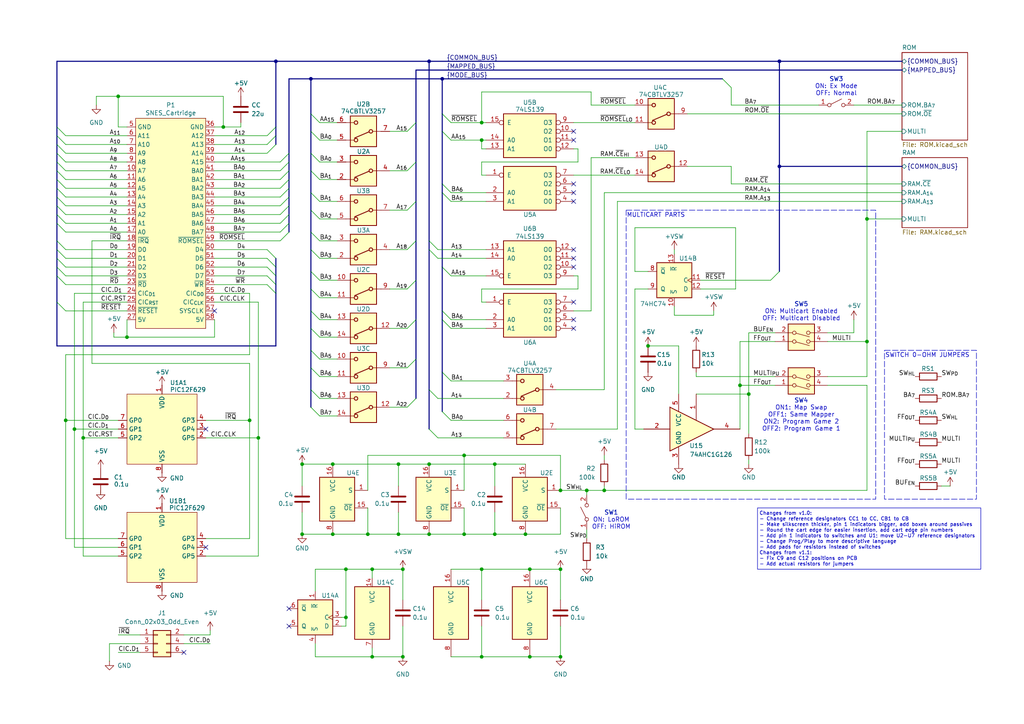
<source format=kicad_sch>
(kicad_sch (version 20231120) (generator "eeschema") (generator_version "8.0")
  (paper "A4")
  (title_block (title "SNES Advanced Flash Cartridge") (date "2024-08-09") (rev "1.1") (company "https://github.com/MouseBiteLabs"))
  (lib_symbols
    (symbol "74xGxx:74AHC1G126"
      (property "Reference" "U" (at -2.54 3.81 0))
      (property "Value" "74AHC1G126" (at 0 -3.81 0))
      (symbol "74AHC1G126_1_1"
        (pin input line (at 0 10.16 270) (length 7.62) (name "~") (number "1"))
        (pin input line (at -15.24 0 0) (length 7.62) (name "~") (number "2"))
        (pin power_in line (at -5.08 -10.16 90) (length 5.08) (name "GND") (number "3"))
        (pin tri_state line (at 12.7 0 180) (length 7.62) (name "~") (number "4"))
        (pin power_in line (at -5.08 10.16 270) (length 5.08) (name "VCC") (number "5"))
      )
    )
    (symbol "74xx:74CBTLV3257"
      (property "Reference" "U" (at 17.78 1.27 0))
      (property "Value" "74CBTLV3257" (at 15.24 -1.27 0))
      (symbol "74CBTLV3257_1_1"
        (pin passive line (at 7.62 2.54 180) (length 2.54) (name "~") (number "2"))
        (pin passive line (at 7.62 -2.54 180) (length 2.54) (name "~") (number "3"))
        (pin passive line (at -7.62 0 0) (length 2.54) (name "~") (number "4"))
      )
      (symbol "74CBTLV3257_2_1"
        (pin passive line (at 7.62 2.54 180) (length 2.54) (name "~") (number "5"))
        (pin passive line (at 7.62 -2.54 180) (length 2.54) (name "~") (number "6"))
        (pin passive line (at -7.62 0 0) (length 2.54) (name "~") (number "7"))
      )
      (symbol "74CBTLV3257_3_1"
        (pin passive line (at 7.62 -2.54 180) (length 2.54) (name "~") (number "10"))
        (pin passive line (at 7.62 2.54 180) (length 2.54) (name "~") (number "11"))
        (pin passive line (at -7.62 0 0) (length 2.54) (name "~") (number "9"))
      )
      (symbol "74CBTLV3257_4_1"
        (pin passive line (at -7.62 0 0) (length 2.54) (name "~") (number "12"))
        (pin passive line (at 7.62 -2.54 180) (length 2.54) (name "~") (number "13"))
        (pin passive line (at 7.62 2.54 180) (length 2.54) (name "~") (number "14"))
      )
      (symbol "74CBTLV3257_5_1"
        (pin input line (at -10.16 2.54 0) (length 3.81) (name "S") (number "1"))
        (pin input line (at -10.16 -2.54 0) (length 3.81) (name "~{OE}") (number "15"))
        (pin power_in line (at 0 10.16 270) (length 3.81) (name "VCC") (number "16"))
        (pin power_in line (at 0 -10.16 90) (length 3.81) (name "GND") (number "8"))
      )
    )
    (symbol "74xx:74HC74" (pin_names (offset 1.016))
      (property "Reference" "U" (at -7.62 8.89 0))
      (property "Value" "74HC74" (at -7.62 -8.89 0))
      (symbol "74HC74_1_0"
        (pin input line (at 0 -7.62 90) (length 2.54) (name "~{R}") (number "1"))
        (pin input line (at -7.62 2.54 0) (length 2.54) (name "D") (number "2"))
        (pin input clock (at -7.62 0 0) (length 2.54) (name "C") (number "3"))
        (pin input line (at 0 7.62 270) (length 2.54) (name "~{S}") (number "4"))
        (pin output line (at 7.62 2.54 180) (length 2.54) (name "Q") (number "5"))
        (pin output line (at 7.62 -2.54 180) (length 2.54) (name "~{Q}") (number "6"))
      )
      (symbol "74HC74_2_0"
        (pin input line (at 0 7.62 270) (length 2.54) (name "~{S}") (number "10"))
        (pin input clock (at -7.62 0 0) (length 2.54) (name "C") (number "11"))
        (pin input line (at -7.62 2.54 0) (length 2.54) (name "D") (number "12"))
        (pin input line (at 0 -7.62 90) (length 2.54) (name "~{R}") (number "13"))
        (pin output line (at 7.62 -2.54 180) (length 2.54) (name "~{Q}") (number "8"))
        (pin output line (at 7.62 2.54 180) (length 2.54) (name "Q") (number "9"))
      )
      (symbol "74HC74_3_0"
        (pin power_in line (at 0 10.16 270) (length 2.54) (name "VCC") (number "14"))
        (pin power_in line (at 0 -10.16 90) (length 2.54) (name "GND") (number "7"))
      )
    )
    (symbol "Bucketmouse:74LS139" (pin_names (offset 1.016))
      (property "Reference" "U" (at -7.62 8.89 0))
      (property "Value" "74LS139" (at -7.62 -8.89 0))
      (symbol "74LS139_1_0"
        (pin input inverted (at -12.7 -5.08 0) (length 5.08) (name "E") (number "1"))
        (pin input line (at -12.7 0 0) (length 5.08) (name "A0") (number "2"))
        (pin input line (at -12.7 2.54 0) (length 5.08) (name "A1") (number "3"))
        (pin output inverted (at 12.7 2.54 180) (length 5.08) (name "O0") (number "4"))
        (pin output inverted (at 12.7 0 180) (length 5.08) (name "O1") (number "5"))
        (pin output inverted (at 12.7 -2.54 180) (length 5.08) (name "O2") (number "6"))
        (pin output inverted (at 12.7 -5.08 180) (length 5.08) (name "O3") (number "7"))
      )
      (symbol "74LS139_2_0"
        (pin output inverted (at 12.7 -2.54 180) (length 5.08) (name "O2") (number "10"))
        (pin output inverted (at 12.7 0 180) (length 5.08) (name "O1") (number "11"))
        (pin output inverted (at 12.7 2.54 180) (length 5.08) (name "O0") (number "12"))
        (pin input line (at -12.7 2.54 0) (length 5.08) (name "A1") (number "13"))
        (pin input line (at -12.7 0 0) (length 5.08) (name "A0") (number "14"))
        (pin input inverted (at -12.7 -5.08 0) (length 5.08) (name "E") (number "15"))
        (pin output inverted (at 12.7 -5.08 180) (length 5.08) (name "O3") (number "9"))
      )
      (symbol "74LS139_3_0"
        (pin power_in line (at 0 12.7 270) (length 5.08) (name "VCC") (number "16"))
        (pin power_in line (at 0 -12.7 90) (length 5.08) (name "GND") (number "8"))
      )
    )
    (symbol "Bucketmouse:PIC12F629"
      (property "Reference" "U" (at 1.27 13.97 0))
      (property "Value" "PIC12F629" (at 1.27 11.43 0))
      (symbol "PIC12F629_1_1"
        (pin power_in line (at 0 12.7 270) (length 2.54) (name "VDD") (number "1"))
        (pin bidirectional line (at 12.7 -2.54 180) (length 2.54) (name "GP5") (number "2"))
        (pin bidirectional line (at 12.7 0 180) (length 2.54) (name "GP4") (number "3"))
        (pin input line (at 12.7 2.54 180) (length 2.54) (name "GP3") (number "4"))
        (pin bidirectional line (at -12.7 -2.54 0) (length 2.54) (name "GP2") (number "5"))
        (pin bidirectional line (at -12.7 0 0) (length 2.54) (name "GP1") (number "6"))
        (pin bidirectional line (at -12.7 2.54 0) (length 2.54) (name "GP0") (number "7"))
        (pin power_in line (at 0 -12.7 90) (length 2.54) (name "VSS") (number "8"))
      )
    )
    (symbol "Bucketmouse:SNES_Cart_Edge_Standard"
      (property "Reference" "U" (at 0 34.29 0))
      (property "Value" "SNES_Cartridge" (at 0 32.004 0))
      (symbol "SNES_Cart_Edge_Standard_1_1"
        (pin output line (at -12.7 15.24 0) (length 2.54) (name "A7") (number "10"))
        (pin output line (at -12.7 12.7 0) (length 2.54) (name "A6") (number "11"))
        (pin output line (at -12.7 10.16 0) (length 2.54) (name "A5") (number "12"))
        (pin output line (at -12.7 7.62 0) (length 2.54) (name "A4") (number "13"))
        (pin output line (at -12.7 5.08 0) (length 2.54) (name "A3") (number "14"))
        (pin output line (at -12.7 2.54 0) (length 2.54) (name "A2") (number "15"))
        (pin output line (at -12.7 0 0) (length 2.54) (name "A1") (number "16"))
        (pin output line (at -12.7 -2.54 0) (length 2.54) (name "A0") (number "17"))
        (pin passive line (at -12.7 -5.08 0) (length 2.54) (name "~{IRQ}") (number "18"))
        (pin bidirectional line (at -12.7 -7.62 0) (length 2.54) (name "D0") (number "19"))
        (pin bidirectional line (at -12.7 -10.16 0) (length 2.54) (name "D1") (number "20"))
        (pin bidirectional line (at -12.7 -12.7 0) (length 2.54) (name "D2") (number "21"))
        (pin bidirectional line (at -12.7 -15.24 0) (length 2.54) (name "D3") (number "22"))
        (pin output line (at -12.7 -17.78 0) (length 2.54) (name "~{RD}") (number "23"))
        (pin bidirectional line (at -12.7 -20.32 0) (length 2.54) (name "CIC_{D1}") (number "24"))
        (pin output line (at -12.7 -22.86 0) (length 2.54) (name "CIC_{RST}") (number "25"))
        (pin output line (at -12.7 -25.4 0) (length 2.54) (name "~{RESET}") (number "26"))
        (pin power_out line (at -12.7 -27.94 0) (length 2.54) (name "5V") (number "27"))
        (pin power_out line (at 12.7 27.94 180) (length 2.54) (name "GND") (number "36"))
        (pin output line (at 12.7 25.4 180) (length 2.54) (name "A12") (number "37"))
        (pin output line (at 12.7 22.86 180) (length 2.54) (name "A13") (number "38"))
        (pin output line (at 12.7 20.32 180) (length 2.54) (name "A14") (number "39"))
        (pin output line (at 12.7 17.78 180) (length 2.54) (name "A15") (number "40"))
        (pin output line (at 12.7 15.24 180) (length 2.54) (name "BA0") (number "41"))
        (pin output line (at 12.7 12.7 180) (length 2.54) (name "BA1") (number "42"))
        (pin output line (at 12.7 10.16 180) (length 2.54) (name "BA2") (number "43"))
        (pin output line (at 12.7 7.62 180) (length 2.54) (name "BA3") (number "44"))
        (pin output line (at 12.7 5.08 180) (length 2.54) (name "BA4") (number "45"))
        (pin output line (at 12.7 2.54 180) (length 2.54) (name "BA5") (number "46"))
        (pin output line (at 12.7 0 180) (length 2.54) (name "BA6") (number "47"))
        (pin output line (at 12.7 -2.54 180) (length 2.54) (name "BA7") (number "48"))
        (pin output line (at 12.7 -5.08 180) (length 2.54) (name "~{ROMSEL}") (number "49"))
        (pin power_out line (at -12.7 27.94 0) (length 2.54) (name "GND") (number "5"))
        (pin bidirectional line (at 12.7 -7.62 180) (length 2.54) (name "D4") (number "50"))
        (pin bidirectional line (at 12.7 -10.16 180) (length 2.54) (name "D5") (number "51"))
        (pin bidirectional line (at 12.7 -12.7 180) (length 2.54) (name "D6") (number "52"))
        (pin bidirectional line (at 12.7 -15.24 180) (length 2.54) (name "D7") (number "53"))
        (pin output line (at 12.7 -17.78 180) (length 2.54) (name "~{WR}") (number "54"))
        (pin bidirectional line (at 12.7 -20.32 180) (length 2.54) (name "CIC_{D0}") (number "55"))
        (pin output line (at 12.7 -22.86 180) (length 2.54) (name "CIC_{CLK}") (number "56"))
        (pin passive line (at 12.7 -25.4 180) (length 2.54) (name "SYSCLK") (number "57"))
        (pin power_out line (at 12.7 -27.94 180) (length 2.54) (name "5V") (number "58"))
        (pin output line (at -12.7 25.4 0) (length 2.54) (name "A11") (number "6"))
        (pin output line (at -12.7 22.86 0) (length 2.54) (name "A10") (number "7"))
        (pin output line (at -12.7 20.32 0) (length 2.54) (name "A9") (number "8"))
        (pin output line (at -12.7 17.78 0) (length 2.54) (name "A8") (number "9"))
      )
    )
    (symbol "Connector_Generic:Conn_02x03_Odd_Even" (pin_names (offset 1.016) hide)
      (property "Reference" "J" (at 1.27 5.08 0))
      (property "Value" "Conn_02x03_Odd_Even" (at 1.27 -5.08 0))
      (symbol "Conn_02x03_Odd_Even_1_1"
        (pin passive line (at -5.08 2.54 0) (length 3.81) (name "Pin_1") (number "1"))
        (pin passive line (at 7.62 2.54 180) (length 3.81) (name "Pin_2") (number "2"))
        (pin passive line (at -5.08 0 0) (length 3.81) (name "Pin_3") (number "3"))
        (pin passive line (at 7.62 0 180) (length 3.81) (name "Pin_4") (number "4"))
        (pin passive line (at -5.08 -2.54 0) (length 3.81) (name "Pin_5") (number "5"))
        (pin passive line (at 7.62 -2.54 180) (length 3.81) (name "Pin_6") (number "6"))
      )
    )
    (symbol "Device:C" (pin_numbers hide) (pin_names (offset 0.254))
      (property "Reference" "C" (at 0.635 2.54 0))
      (property "Value" "C" (at 0.635 -2.54 0))
      (symbol "C_1_1"
        (pin passive line (at 0 3.81 270) (length 2.794) (name "~") (number "1"))
        (pin passive line (at 0 -3.81 90) (length 2.794) (name "~") (number "2"))
      )
    )
    (symbol "Device:R" (pin_numbers hide) (pin_names (offset 0))
      (property "Reference" "R" (at 2.032 0 90))
      (property "Value" "R" (at 0 0 90))
      (symbol "R_1_1"
        (pin passive line (at 0 3.81 270) (length 1.27) (name "~") (number "1"))
        (pin passive line (at 0 -3.81 90) (length 1.27) (name "~") (number "2"))
      )
    )
    (symbol "Switch:SW_DIP_x02" (pin_names (offset 0) hide)
      (property "Reference" "SW" (at 0 6.35 0))
      (property "Value" "SW_DIP_x02" (at 0 -3.81 0))
      (symbol "SW_DIP_x02_1_1"
        (pin passive line (at -7.62 2.54 0) (length 5.08) (name "~") (number "1"))
        (pin passive line (at -7.62 0 0) (length 5.08) (name "~") (number "2"))
        (pin passive line (at 7.62 0 180) (length 5.08) (name "~") (number "3"))
        (pin passive line (at 7.62 2.54 180) (length 5.08) (name "~") (number "4"))
      )
    )
    (symbol "Switch:SW_SPST" (pin_names (offset 0) hide)
      (property "Reference" "SW" (at 0 3.175 0))
      (property "Value" "SW_SPST" (at 0 -2.54 0))
      (symbol "SW_SPST_1_1"
        (pin passive line (at -5.08 0 0) (length 2.54) (name "A") (number "1"))
        (pin passive line (at 5.08 0 180) (length 2.54) (name "B") (number "2"))
      )
    )
    (symbol "power:+5V" (power) (pin_numbers hide) (pin_names (offset 0) hide)
      (property "Value" "+5V" (at 0 3.556 0))
      (symbol "+5V_1_1"
        (pin power_in line (at 0 0 90) (length 0) (name "~") (number "1"))
      )
    )
    (symbol "power:+VSW" (power) (pin_numbers hide) (pin_names (offset 0) hide)
      (property "Value" "+VSW" (at 0 3.556 0))
      (symbol "+VSW_1_1"
        (pin power_in line (at 0 0 90) (length 0) (name "~") (number "1"))
      )
    )
    (symbol "power:GND" (power) (pin_numbers hide) (pin_names (offset 0) hide)
      (property "Value" "GND" (at 0 -3.81 0))
      (symbol "GND_1_1"
        (pin power_in line (at 0 0 270) (length 0) (name "~") (number "1"))
      )
    )
  )
  (bus_alias "COMMON_BUS" (members "A_{0}" "A_{1}" "A_{2}" "A_{3}" "A_{4}" "A_{5}" "A_{6}" "A_{7}" "A_{8}" "A_{9}" "A_{10}" "A_{11}" "A_{12}" "A_{13}" "A_{14}" "D_{0}" "D_{1}" "D_{2}" "D_{3}" "D_{4}" "D_{5}" "D_{6}" "D_{7}" "~{RESET}" "~{WR}" "~{RD}"))
  (bus_alias "MAPPED_BUS" (members "A_{15}" "A_{16}" "A_{17}" "A_{18}" "A_{19}" "A_{20}" "A_{21}" "A_{22}"))
  (bus_alias "MODE_BUS" (members "AA_{15}" "BA_{0}" "BA_{1}" "BA_{2}" "BA_{3}" "BA_{4}" "BA_{5}" "BA_{6}" "BA_{7}" "~{ROMSEL}"))
  (junction (at 251.46 63.5))
  (junction (at 153.67 190.5))
  (junction (at 214.63 111.76))
  (junction (at 72.39 121.92))
  (junction (at 153.67 165.1))
  (junction (at 187.96 100.33))
  (junction (at 124.46 17.78))
  (junction (at 36.83 97.79))
  (junction (at 134.62 132.08))
  (junction (at 74.93 127))
  (junction (at 175.26 142.24))
  (junction (at 100.33 179.07))
  (junction (at 21.59 124.46))
  (junction (at 162.56 142.24))
  (junction (at 124.46 134.62))
  (junction (at 139.7 165.1))
  (junction (at 170.18 142.24))
  (junction (at 152.4 154.94))
  (junction (at 226.06 17.78))
  (junction (at 106.68 154.94))
  (junction (at 19.05 121.92))
  (junction (at 24.13 127))
  (junction (at 124.46 154.94))
  (junction (at 162.56 165.1))
  (junction (at 143.51 154.94))
  (junction (at 100.33 165.1))
  (junction (at 96.52 154.94))
  (junction (at 139.7 190.5))
  (junction (at 87.63 154.94))
  (junction (at 80.01 17.78))
  (junction (at 90.17 22.86))
  (junction (at 226.06 48.26))
  (junction (at 162.56 190.5))
  (junction (at 143.51 134.62))
  (junction (at 139.7 40.64))
  (junction (at 64.77 36.83))
  (junction (at 116.84 165.1))
  (junction (at 251.46 99.06))
  (junction (at 128.27 22.86))
  (junction (at 139.7 35.56))
  (junction (at 217.17 114.3))
  (junction (at 115.57 134.62))
  (junction (at 115.57 154.94))
  (junction (at 34.29 27.94))
  (junction (at 107.95 165.1))
  (junction (at 116.84 190.5))
  (junction (at 107.95 190.5))
  (junction (at 96.52 134.62))
  (junction (at 87.63 134.62))
  (junction (at 134.62 154.94))
  (no_connect (at 62.23 90.17))
  (no_connect (at 166.37 38.1))
  (no_connect (at 53.34 189.23))
  (no_connect (at 166.37 40.64))
  (no_connect (at 166.37 58.42))
  (no_connect (at 166.37 53.34))
  (no_connect (at 166.37 87.63))
  (no_connect (at 166.37 95.25))
  (no_connect (at 166.37 72.39))
  (no_connect (at 166.37 77.47))
  (no_connect (at 59.69 158.75))
  (no_connect (at 83.82 181.61))
  (no_connect (at 59.69 124.46))
  (no_connect (at 83.82 176.53))
  (no_connect (at 166.37 74.93))
  (no_connect (at 166.37 55.88))
  (no_connect (at 166.37 92.71))
  (bus_entry (at 90.17 67.31) (size 2.54 2.54))
  (bus_entry (at 124.46 69.85) (size 2.54 2.54))
  (bus_entry (at 120.65 35.56) (size -2.54 2.54))
  (bus_entry (at 120.65 69.85) (size -2.54 2.54))
  (bus_entry (at 128.27 55.88) (size 2.54 2.54))
  (bus_entry (at 81.28 62.23) (size 2.54 -2.54))
  (bus_entry (at 19.05 80.01) (size -2.54 -2.54))
  (bus_entry (at 128.27 119.38) (size 2.54 2.54))
  (bus_entry (at 77.47 39.37) (size 2.54 -2.54))
  (bus_entry (at 77.47 41.91) (size 2.54 -2.54))
  (bus_entry (at 19.05 77.47) (size -2.54 -2.54))
  (bus_entry (at 90.17 106.68) (size 2.54 2.54))
  (bus_entry (at 226.06 78.74) (size -2.54 2.54))
  (bus_entry (at 90.17 49.53) (size 2.54 2.54))
  (bus_entry (at 128.27 77.47) (size 2.54 2.54))
  (bus_entry (at 81.28 54.61) (size 2.54 -2.54))
  (bus_entry (at 19.05 57.15) (size -2.54 -2.54))
  (bus_entry (at 19.05 52.07) (size -2.54 -2.54))
  (bus_entry (at 90.17 55.88) (size 2.54 2.54))
  (bus_entry (at 81.28 59.69) (size 2.54 -2.54))
  (bus_entry (at 81.28 46.99) (size 2.54 -2.54))
  (bus_entry (at 19.05 59.69) (size -2.54 -2.54))
  (bus_entry (at 128.27 53.34) (size 2.54 2.54))
  (bus_entry (at 16.51 36.83) (size 2.54 2.54))
  (bus_entry (at 77.47 80.01) (size 2.54 2.54))
  (bus_entry (at 120.65 46.99) (size -2.54 2.54))
  (bus_entry (at 128.27 92.71) (size 2.54 2.54))
  (bus_entry (at 90.17 33.02) (size 2.54 2.54))
  (bus_entry (at 90.17 38.1) (size 2.54 2.54))
  (bus_entry (at 19.05 54.61) (size -2.54 -2.54))
  (bus_entry (at 124.46 124.46) (size 2.54 2.54))
  (bus_entry (at 124.46 72.39) (size 2.54 2.54))
  (bus_entry (at 128.27 107.95) (size 2.54 2.54))
  (bus_entry (at 19.05 62.23) (size -2.54 -2.54))
  (bus_entry (at 19.05 49.53) (size -2.54 -2.54))
  (bus_entry (at 19.05 72.39) (size -2.54 -2.54))
  (bus_entry (at 90.17 118.11) (size 2.54 2.54))
  (bus_entry (at 90.17 78.74) (size 2.54 2.54))
  (bus_entry (at 83.82 67.31) (size -2.54 2.54))
  (bus_entry (at 81.28 64.77) (size 2.54 -2.54))
  (bus_entry (at 19.05 41.91) (size -2.54 -2.54))
  (bus_entry (at 81.28 52.07) (size 2.54 -2.54))
  (bus_entry (at 120.65 115.57) (size -2.54 2.54))
  (bus_entry (at 81.28 57.15) (size 2.54 -2.54))
  (bus_entry (at 209.55 22.86) (size 2.54 2.54))
  (bus_entry (at 83.82 64.77) (size -2.54 2.54))
  (bus_entry (at 90.17 60.96) (size 2.54 2.54))
  (bus_entry (at 81.28 49.53) (size 2.54 -2.54))
  (bus_entry (at 128.27 90.17) (size 2.54 2.54))
  (bus_entry (at 120.65 104.14) (size -2.54 2.54))
  (bus_entry (at 90.17 72.39) (size 2.54 2.54))
  (bus_entry (at 77.47 44.45) (size 2.54 -2.54))
  (bus_entry (at 19.05 44.45) (size -2.54 -2.54))
  (bus_entry (at 77.47 77.47) (size 2.54 2.54))
  (bus_entry (at 77.47 74.93) (size 2.54 2.54))
  (bus_entry (at 90.17 90.17) (size 2.54 2.54))
  (bus_entry (at 90.17 83.82) (size 2.54 2.54))
  (bus_entry (at 128.27 33.02) (size 2.54 2.54))
  (bus_entry (at 124.46 113.03) (size 2.54 2.54))
  (bus_entry (at 77.47 72.39) (size 2.54 2.54))
  (bus_entry (at 120.65 81.28) (size -2.54 2.54))
  (bus_entry (at 19.05 82.55) (size -2.54 -2.54))
  (bus_entry (at 77.47 82.55) (size 2.54 2.54))
  (bus_entry (at 90.17 101.6) (size 2.54 2.54))
  (bus_entry (at 90.17 113.03) (size 2.54 2.54))
  (bus_entry (at 90.17 95.25) (size 2.54 2.54))
  (bus_entry (at 19.05 46.99) (size -2.54 -2.54))
  (bus_entry (at 128.27 38.1) (size 2.54 2.54))
  (bus_entry (at 120.65 92.71) (size -2.54 2.54))
  (bus_entry (at 90.17 44.45) (size 2.54 2.54))
  (bus_entry (at 19.05 67.31) (size -2.54 -2.54))
  (bus_entry (at 19.05 74.93) (size -2.54 -2.54))
  (bus_entry (at 19.05 90.17) (size -2.54 -2.54))
  (bus_entry (at 120.65 58.42) (size -2.54 2.54))
  (bus_entry (at 19.05 64.77) (size -2.54 -2.54))
  (bus (pts (xy 120.65 115.57) (xy 120.65 104.14)))
  (wire (pts (xy 139.7 190.5) (xy 130.81 190.5)))
  (wire (pts (xy 171.45 45.72) (xy 171.45 90.17)))
  (bus (pts (xy 83.82 22.86) (xy 90.17 22.86)))
  (wire (pts (xy 36.83 97.79) (xy 62.23 97.79)))
  (wire (pts (xy 92.71 115.57) (xy 97.79 115.57)))
  (wire (pts (xy 130.81 58.42) (xy 140.97 58.42)))
  (wire (pts (xy 74.93 87.63) (xy 74.93 127)))
  (wire (pts (xy 124.46 154.94) (xy 115.57 154.94)))
  (wire (pts (xy 162.56 181.61) (xy 162.56 190.5)))
  (wire (pts (xy 184.15 78.74) (xy 187.96 78.74)))
  (wire (pts (xy 143.51 134.62) (xy 143.51 140.97)))
  (bus (pts (xy 124.46 72.39) (xy 124.46 113.03)))
  (bus (pts (xy 16.51 59.69) (xy 16.51 62.23)))
  (wire (pts (xy 247.65 92.71) (xy 247.65 96.52)))
  (wire (pts (xy 21.59 85.09) (xy 36.83 85.09)))
  (wire (pts (xy 36.83 36.83) (xy 34.29 36.83)))
  (wire (pts (xy 171.45 26.67) (xy 171.45 30.48)))
  (bus (pts (xy 83.82 44.45) (xy 83.82 46.99)))
  (bus (pts (xy 128.27 92.71) (xy 128.27 107.95)))
  (wire (pts (xy 115.57 134.62) (xy 115.57 140.97)))
  (wire (pts (xy 106.68 154.94) (xy 96.52 154.94)))
  (wire (pts (xy 139.7 190.5) (xy 153.67 190.5)))
  (bus (pts (xy 90.17 60.96) (xy 90.17 67.31)))
  (wire (pts (xy 140.97 43.18) (xy 139.7 43.18)))
  (wire (pts (xy 19.05 57.15) (xy 36.83 57.15)))
  (wire (pts (xy 113.03 95.25) (xy 118.11 95.25)))
  (wire (pts (xy 21.59 85.09) (xy 21.59 124.46)))
  (wire (pts (xy 162.56 154.94) (xy 152.4 154.94)))
  (wire (pts (xy 100.33 165.1) (xy 107.95 165.1)))
  (wire (pts (xy 127 72.39) (xy 140.97 72.39)))
  (wire (pts (xy 213.36 83.82) (xy 213.36 66.04)))
  (bus (pts (xy 120.65 20.32) (xy 261.62 20.32)))
  (wire (pts (xy 195.58 88.9) (xy 195.58 91.44)))
  (wire (pts (xy 139.7 35.56) (xy 139.7 26.67)))
  (bus (pts (xy 16.51 36.83) (xy 16.51 39.37)))
  (bus (pts (xy 120.65 35.56) (xy 120.65 20.32)))
  (wire (pts (xy 62.23 97.79) (xy 62.23 92.71)))
  (wire (pts (xy 166.37 80.01) (xy 167.64 80.01)))
  (wire (pts (xy 124.46 134.62) (xy 115.57 134.62)))
  (bus (pts (xy 16.51 69.85) (xy 16.51 72.39)))
  (bus (pts (xy 16.51 46.99) (xy 16.51 49.53)))
  (wire (pts (xy 139.7 46.99) (xy 139.7 50.8)))
  (wire (pts (xy 170.18 156.21) (xy 170.18 153.67)))
  (bus (pts (xy 16.51 54.61) (xy 16.51 57.15)))
  (wire (pts (xy 92.71 120.65) (xy 97.79 120.65)))
  (wire (pts (xy 214.63 111.76) (xy 224.79 111.76)))
  (wire (pts (xy 96.52 154.94) (xy 87.63 154.94)))
  (bus (pts (xy 16.51 62.23) (xy 16.51 64.77)))
  (wire (pts (xy 213.36 66.04) (xy 184.15 66.04)))
  (bus (pts (xy 90.17 83.82) (xy 90.17 90.17)))
  (wire (pts (xy 62.23 74.93) (xy 77.47 74.93)))
  (wire (pts (xy 212.09 25.4) (xy 212.09 30.48)))
  (wire (pts (xy 92.71 35.56) (xy 97.79 35.56)))
  (wire (pts (xy 152.4 154.94) (xy 143.51 154.94)))
  (bus (pts (xy 226.06 48.26) (xy 226.06 78.74)))
  (wire (pts (xy 34.29 189.23) (xy 40.64 189.23)))
  (wire (pts (xy 130.81 165.1) (xy 139.7 165.1)))
  (wire (pts (xy 19.05 67.31) (xy 36.83 67.31)))
  (wire (pts (xy 116.84 181.61) (xy 116.84 190.5)))
  (wire (pts (xy 26.67 105.41) (xy 26.67 69.85)))
  (wire (pts (xy 92.71 104.14) (xy 97.79 104.14)))
  (wire (pts (xy 26.67 69.85) (xy 36.83 69.85)))
  (wire (pts (xy 240.03 111.76) (xy 251.46 111.76)))
  (bus (pts (xy 90.17 106.68) (xy 90.17 113.03)))
  (bus (pts (xy 120.65 46.99) (xy 120.65 35.56)))
  (wire (pts (xy 64.77 27.94) (xy 34.29 27.94)))
  (bus (pts (xy 83.82 64.77) (xy 83.82 67.31)))
  (wire (pts (xy 127 127) (xy 146.05 127)))
  (wire (pts (xy 143.51 134.62) (xy 124.46 134.62)))
  (wire (pts (xy 19.05 44.45) (xy 36.83 44.45)))
  (wire (pts (xy 107.95 187.96) (xy 107.95 190.5)))
  (wire (pts (xy 72.39 156.21) (xy 59.69 156.21)))
  (wire (pts (xy 21.59 124.46) (xy 34.29 124.46)))
  (bus (pts (xy 80.01 39.37) (xy 80.01 41.91)))
  (wire (pts (xy 184.15 83.82) (xy 187.96 83.82)))
  (wire (pts (xy 130.81 121.92) (xy 146.05 121.92)))
  (wire (pts (xy 34.29 158.75) (xy 21.59 158.75)))
  (wire (pts (xy 212.09 30.48) (xy 237.49 30.48)))
  (wire (pts (xy 72.39 121.92) (xy 72.39 156.21)))
  (wire (pts (xy 113.03 106.68) (xy 118.11 106.68)))
  (wire (pts (xy 69.85 36.83) (xy 69.85 35.56)))
  (wire (pts (xy 31.75 186.69) (xy 31.75 191.77)))
  (wire (pts (xy 162.56 132.08) (xy 162.56 142.24)))
  (bus (pts (xy 16.51 39.37) (xy 16.51 41.91)))
  (bus (pts (xy 90.17 72.39) (xy 90.17 78.74)))
  (bus (pts (xy 80.01 100.33) (xy 16.51 100.33)))
  (wire (pts (xy 240.03 109.22) (xy 251.46 109.22)))
  (wire (pts (xy 62.23 59.69) (xy 81.28 59.69)))
  (wire (pts (xy 166.37 50.8) (xy 184.15 50.8)))
  (wire (pts (xy 175.26 140.97) (xy 175.26 142.24)))
  (bus (pts (xy 124.46 17.78) (xy 124.46 69.85)))
  (wire (pts (xy 130.81 80.01) (xy 140.97 80.01)))
  (wire (pts (xy 34.29 27.94) (xy 34.29 36.83)))
  (wire (pts (xy 62.23 36.83) (xy 64.77 36.83)))
  (wire (pts (xy 19.05 39.37) (xy 36.83 39.37)))
  (bus (pts (xy 90.17 78.74) (xy 90.17 83.82)))
  (bus (pts (xy 16.51 17.78) (xy 80.01 17.78)))
  (bus (pts (xy 90.17 113.03) (xy 90.17 118.11)))
  (wire (pts (xy 166.37 35.56) (xy 184.15 35.56)))
  (wire (pts (xy 19.05 90.17) (xy 36.83 90.17)))
  (wire (pts (xy 217.17 133.35) (xy 217.17 134.62)))
  (wire (pts (xy 33.02 97.79) (xy 33.02 96.52)))
  (wire (pts (xy 62.23 62.23) (xy 81.28 62.23)))
  (wire (pts (xy 139.7 165.1) (xy 153.67 165.1)))
  (wire (pts (xy 251.46 38.1) (xy 261.62 38.1)))
  (wire (pts (xy 113.03 60.96) (xy 118.11 60.96)))
  (wire (pts (xy 62.23 49.53) (xy 81.28 49.53)))
  (wire (pts (xy 130.81 92.71) (xy 140.97 92.71)))
  (wire (pts (xy 214.63 99.06) (xy 224.79 99.06)))
  (wire (pts (xy 19.05 74.93) (xy 36.83 74.93)))
  (wire (pts (xy 139.7 43.18) (xy 139.7 40.64)))
  (wire (pts (xy 130.81 35.56) (xy 139.7 35.56)))
  (wire (pts (xy 184.15 124.46) (xy 186.69 124.46)))
  (wire (pts (xy 62.23 44.45) (xy 77.47 44.45)))
  (bus (pts (xy 120.65 92.71) (xy 120.65 81.28)))
  (wire (pts (xy 62.23 41.91) (xy 77.47 41.91)))
  (bus (pts (xy 80.01 77.47) (xy 80.01 74.93)))
  (bus (pts (xy 128.27 53.34) (xy 128.27 55.88)))
  (wire (pts (xy 64.77 36.83) (xy 69.85 36.83)))
  (bus (pts (xy 80.01 17.78) (xy 124.46 17.78)))
  (bus (pts (xy 226.06 48.26) (xy 261.62 48.26)))
  (wire (pts (xy 53.34 186.69) (xy 60.96 186.69)))
  (wire (pts (xy 19.05 121.92) (xy 34.29 121.92)))
  (wire (pts (xy 196.85 100.33) (xy 196.85 114.3)))
  (bus (pts (xy 80.01 80.01) (xy 80.01 77.47)))
  (wire (pts (xy 62.23 72.39) (xy 77.47 72.39)))
  (wire (pts (xy 91.44 165.1) (xy 91.44 171.45)))
  (bus (pts (xy 80.01 17.78) (xy 80.01 36.83)))
  (wire (pts (xy 195.58 73.66) (xy 195.58 72.39)))
  (bus (pts (xy 90.17 67.31) (xy 90.17 72.39)))
  (bus (pts (xy 90.17 49.53) (xy 90.17 55.88)))
  (wire (pts (xy 106.68 132.08) (xy 134.62 132.08)))
  (bus (pts (xy 83.82 62.23) (xy 83.82 64.77)))
  (wire (pts (xy 201.93 109.22) (xy 201.93 107.95)))
  (wire (pts (xy 19.05 46.99) (xy 36.83 46.99)))
  (bus (pts (xy 83.82 46.99) (xy 83.82 49.53)))
  (wire (pts (xy 96.52 134.62) (xy 115.57 134.62)))
  (bus (pts (xy 226.06 17.78) (xy 226.06 48.26)))
  (wire (pts (xy 19.05 59.69) (xy 36.83 59.69)))
  (bus (pts (xy 226.06 17.78) (xy 261.62 17.78)))
  (wire (pts (xy 92.71 92.71) (xy 97.79 92.71)))
  (wire (pts (xy 116.84 165.1) (xy 116.84 173.99)))
  (wire (pts (xy 175.26 55.88) (xy 261.62 55.88)))
  (wire (pts (xy 139.7 40.64) (xy 140.97 40.64)))
  (wire (pts (xy 187.96 100.33) (xy 196.85 100.33)))
  (bus (pts (xy 16.51 87.63) (xy 16.51 100.33)))
  (wire (pts (xy 24.13 127) (xy 24.13 161.29)))
  (wire (pts (xy 212.09 53.34) (xy 212.09 48.26)))
  (wire (pts (xy 139.7 83.82) (xy 139.7 87.63)))
  (bus (pts (xy 90.17 44.45) (xy 90.17 49.53)))
  (wire (pts (xy 107.95 165.1) (xy 116.84 165.1)))
  (wire (pts (xy 19.05 62.23) (xy 36.83 62.23)))
  (wire (pts (xy 153.67 165.1) (xy 162.56 165.1)))
  (bus (pts (xy 128.27 22.86) (xy 209.55 22.86)))
  (wire (pts (xy 36.83 97.79) (xy 36.83 92.71)))
  (wire (pts (xy 127 74.93) (xy 140.97 74.93)))
  (wire (pts (xy 92.71 81.28) (xy 97.79 81.28)))
  (wire (pts (xy 96.52 134.62) (xy 87.63 134.62)))
  (wire (pts (xy 24.13 87.63) (xy 24.13 127)))
  (wire (pts (xy 24.13 161.29) (xy 34.29 161.29)))
  (wire (pts (xy 19.05 52.07) (xy 36.83 52.07)))
  (wire (pts (xy 91.44 165.1) (xy 100.33 165.1)))
  (wire (pts (xy 130.81 55.88) (xy 140.97 55.88)))
  (wire (pts (xy 59.69 121.92) (xy 72.39 121.92)))
  (bus (pts (xy 83.82 22.86) (xy 83.82 44.45)))
  (bus (pts (xy 16.51 52.07) (xy 16.51 54.61)))
  (wire (pts (xy 203.2 81.28) (xy 223.52 81.28)))
  (wire (pts (xy 92.71 97.79) (xy 97.79 97.79)))
  (bus (pts (xy 16.51 72.39) (xy 16.51 74.93)))
  (wire (pts (xy 139.7 35.56) (xy 140.97 35.56)))
  (bus (pts (xy 128.27 107.95) (xy 128.27 119.38)))
  (wire (pts (xy 74.93 161.29) (xy 59.69 161.29)))
  (wire (pts (xy 217.17 114.3) (xy 217.17 125.73)))
  (wire (pts (xy 40.64 186.69) (xy 31.75 186.69)))
  (wire (pts (xy 143.51 148.59) (xy 143.51 154.94)))
  (wire (pts (xy 92.71 86.36) (xy 97.79 86.36)))
  (wire (pts (xy 175.26 142.24) (xy 251.46 142.24)))
  (wire (pts (xy 162.56 165.1) (xy 162.56 173.99)))
  (wire (pts (xy 92.71 63.5) (xy 97.79 63.5)))
  (wire (pts (xy 29.21 142.24) (xy 29.21 143.51)))
  (wire (pts (xy 251.46 142.24) (xy 251.46 111.76)))
  (wire (pts (xy 139.7 26.67) (xy 171.45 26.67)))
  (wire (pts (xy 62.23 67.31) (xy 81.28 67.31)))
  (bus (pts (xy 120.65 104.14) (xy 120.65 92.71)))
  (wire (pts (xy 214.63 111.76) (xy 214.63 124.46)))
  (wire (pts (xy 91.44 186.69) (xy 91.44 190.5)))
  (wire (pts (xy 143.51 154.94) (xy 134.62 154.94)))
  (wire (pts (xy 64.77 27.94) (xy 64.77 36.83)))
  (wire (pts (xy 113.03 72.39) (xy 118.11 72.39)))
  (wire (pts (xy 87.63 148.59) (xy 87.63 154.94)))
  (wire (pts (xy 170.18 142.24) (xy 170.18 143.51)))
  (wire (pts (xy 139.7 50.8) (xy 140.97 50.8)))
  (wire (pts (xy 217.17 96.52) (xy 224.79 96.52)))
  (wire (pts (xy 19.05 64.77) (xy 36.83 64.77)))
  (wire (pts (xy 19.05 49.53) (xy 36.83 49.53)))
  (bus (pts (xy 83.82 54.61) (xy 83.82 57.15)))
  (wire (pts (xy 62.23 64.77) (xy 81.28 64.77)))
  (wire (pts (xy 62.23 57.15) (xy 81.28 57.15)))
  (bus (pts (xy 90.17 95.25) (xy 90.17 101.6)))
  (bus (pts (xy 16.51 77.47) (xy 16.51 80.01)))
  (bus (pts (xy 90.17 38.1) (xy 90.17 44.45)))
  (wire (pts (xy 166.37 43.18) (xy 167.64 43.18)))
  (wire (pts (xy 161.29 124.46) (xy 179.07 124.46)))
  (wire (pts (xy 113.03 83.82) (xy 118.11 83.82)))
  (wire (pts (xy 106.68 142.24) (xy 106.68 132.08)))
  (bus (pts (xy 90.17 22.86) (xy 90.17 33.02)))
  (wire (pts (xy 19.05 121.92) (xy 19.05 156.21)))
  (wire (pts (xy 19.05 54.61) (xy 36.83 54.61)))
  (wire (pts (xy 179.07 124.46) (xy 179.07 58.42)))
  (wire (pts (xy 212.09 53.34) (xy 261.62 53.34)))
  (wire (pts (xy 162.56 147.32) (xy 162.56 154.94)))
  (bus (pts (xy 90.17 101.6) (xy 90.17 106.68)))
  (wire (pts (xy 62.23 46.99) (xy 81.28 46.99)))
  (wire (pts (xy 87.63 134.62) (xy 87.63 140.97)))
  (bus (pts (xy 80.01 82.55) (xy 80.01 80.01)))
  (bus (pts (xy 90.17 22.86) (xy 128.27 22.86)))
  (wire (pts (xy 19.05 72.39) (xy 36.83 72.39)))
  (wire (pts (xy 214.63 99.06) (xy 214.63 111.76)))
  (wire (pts (xy 21.59 158.75) (xy 21.59 124.46)))
  (bus (pts (xy 120.65 81.28) (xy 120.65 69.85)))
  (bus (pts (xy 124.46 69.85) (xy 124.46 72.39)))
  (wire (pts (xy 217.17 96.52) (xy 217.17 114.3)))
  (wire (pts (xy 72.39 105.41) (xy 26.67 105.41)))
  (bus (pts (xy 80.01 85.09) (xy 80.01 100.33)))
  (wire (pts (xy 92.71 109.22) (xy 97.79 109.22)))
  (wire (pts (xy 62.23 54.61) (xy 81.28 54.61)))
  (wire (pts (xy 72.39 85.09) (xy 72.39 102.87)))
  (wire (pts (xy 92.71 58.42) (xy 97.79 58.42)))
  (wire (pts (xy 184.15 83.82) (xy 184.15 124.46)))
  (wire (pts (xy 251.46 38.1) (xy 251.46 63.5)))
  (wire (pts (xy 275.59 140.97) (xy 273.05 140.97)))
  (bus (pts (xy 128.27 77.47) (xy 128.27 90.17)))
  (wire (pts (xy 74.93 127) (xy 74.93 161.29)))
  (wire (pts (xy 27.94 27.94) (xy 27.94 30.48)))
  (wire (pts (xy 62.23 69.85) (xy 81.28 69.85)))
  (wire (pts (xy 92.71 46.99) (xy 97.79 46.99)))
  (wire (pts (xy 139.7 87.63) (xy 140.97 87.63)))
  (wire (pts (xy 100.33 165.1) (xy 100.33 179.07)))
  (wire (pts (xy 115.57 148.59) (xy 115.57 154.94)))
  (wire (pts (xy 175.26 132.08) (xy 175.26 133.35)))
  (bus (pts (xy 120.65 69.85) (xy 120.65 58.42)))
  (wire (pts (xy 134.62 147.32) (xy 134.62 154.94)))
  (wire (pts (xy 92.71 74.93) (xy 97.79 74.93)))
  (wire (pts (xy 247.65 30.48) (xy 261.62 30.48)))
  (wire (pts (xy 33.02 97.79) (xy 36.83 97.79)))
  (wire (pts (xy 171.45 45.72) (xy 184.15 45.72)))
  (bus (pts (xy 128.27 22.86) (xy 128.27 33.02)))
  (wire (pts (xy 19.05 82.55) (xy 36.83 82.55)))
  (bus (pts (xy 83.82 49.53) (xy 83.82 52.07)))
  (wire (pts (xy 113.03 118.11) (xy 118.11 118.11)))
  (wire (pts (xy 203.2 83.82) (xy 213.36 83.82)))
  (wire (pts (xy 171.45 30.48) (xy 184.15 30.48)))
  (wire (pts (xy 34.29 27.94) (xy 27.94 27.94)))
  (bus (pts (xy 80.01 36.83) (xy 80.01 39.37)))
  (wire (pts (xy 167.64 43.18) (xy 167.64 46.99)))
  (bus (pts (xy 16.51 74.93) (xy 16.51 77.47)))
  (wire (pts (xy 179.07 58.42) (xy 261.62 58.42)))
  (wire (pts (xy 130.81 95.25) (xy 140.97 95.25)))
  (wire (pts (xy 113.03 49.53) (xy 118.11 49.53)))
  (wire (pts (xy 113.03 38.1) (xy 118.11 38.1)))
  (bus (pts (xy 128.27 90.17) (xy 128.27 92.71)))
  (wire (pts (xy 161.29 113.03) (xy 175.26 113.03)))
  (wire (pts (xy 91.44 190.5) (xy 107.95 190.5)))
  (wire (pts (xy 19.05 41.91) (xy 36.83 41.91)))
  (wire (pts (xy 53.34 184.15) (xy 60.96 184.15)))
  (wire (pts (xy 162.56 132.08) (xy 134.62 132.08)))
  (bus (pts (xy 124.46 17.78) (xy 226.06 17.78)))
  (wire (pts (xy 24.13 127) (xy 34.29 127)))
  (wire (pts (xy 106.68 154.94) (xy 115.57 154.94)))
  (bus (pts (xy 16.51 17.78) (xy 16.51 36.83)))
  (wire (pts (xy 100.33 179.07) (xy 99.06 179.07)))
  (wire (pts (xy 92.71 40.64) (xy 97.79 40.64)))
  (bus (pts (xy 124.46 113.03) (xy 124.46 124.46)))
  (wire (pts (xy 199.39 48.26) (xy 212.09 48.26)))
  (wire (pts (xy 100.33 181.61) (xy 99.06 181.61)))
  (bus (pts (xy 90.17 55.88) (xy 90.17 60.96)))
  (wire (pts (xy 201.93 114.3) (xy 217.17 114.3)))
  (bus (pts (xy 128.27 33.02) (xy 128.27 38.1)))
  (wire (pts (xy 116.84 190.5) (xy 107.95 190.5)))
  (wire (pts (xy 19.05 80.01) (xy 36.83 80.01)))
  (wire (pts (xy 72.39 105.41) (xy 72.39 121.92)))
  (wire (pts (xy 152.4 134.62) (xy 143.51 134.62)))
  (bus (pts (xy 83.82 59.69) (xy 83.82 62.23)))
  (wire (pts (xy 199.39 33.02) (xy 261.62 33.02)))
  (wire (pts (xy 240.03 99.06) (xy 251.46 99.06)))
  (bus (pts (xy 16.51 41.91) (xy 16.51 44.45)))
  (bus (pts (xy 90.17 90.17) (xy 90.17 95.25)))
  (wire (pts (xy 62.23 87.63) (xy 74.93 87.63)))
  (wire (pts (xy 175.26 113.03) (xy 175.26 55.88)))
  (wire (pts (xy 184.15 66.04) (xy 184.15 78.74)))
  (wire (pts (xy 195.58 91.44) (xy 207.01 91.44)))
  (wire (pts (xy 134.62 142.24) (xy 134.62 132.08)))
  (bus (pts (xy 120.65 58.42) (xy 120.65 46.99)))
  (bus (pts (xy 16.51 44.45) (xy 16.51 46.99)))
  (bus (pts (xy 90.17 33.02) (xy 90.17 38.1)))
  (wire (pts (xy 34.29 184.15) (xy 40.64 184.15)))
  (bus (pts (xy 83.82 57.15) (xy 83.82 59.69)))
  (wire (pts (xy 19.05 102.87) (xy 72.39 102.87)))
  (wire (pts (xy 19.05 121.92) (xy 19.05 102.87)))
  (wire (pts (xy 162.56 142.24) (xy 170.18 142.24)))
  (bus (pts (xy 16.51 64.77) (xy 16.51 69.85)))
  (wire (pts (xy 201.93 109.22) (xy 224.79 109.22)))
  (wire (pts (xy 92.71 52.07) (xy 97.79 52.07)))
  (wire (pts (xy 62.23 80.01) (xy 77.47 80.01)))
  (wire (pts (xy 247.65 96.52) (xy 240.03 96.52)))
  (bus (pts (xy 128.27 55.88) (xy 128.27 77.47)))
  (wire (pts (xy 62.23 39.37) (xy 77.47 39.37)))
  (wire (pts (xy 19.05 156.21) (xy 34.29 156.21)))
  (wire (pts (xy 127 115.57) (xy 146.05 115.57)))
  (wire (pts (xy 130.81 110.49) (xy 146.05 110.49)))
  (wire (pts (xy 24.13 87.63) (xy 36.83 87.63)))
  (wire (pts (xy 59.69 127) (xy 74.93 127)))
  (wire (pts (xy 106.68 147.32) (xy 106.68 154.94)))
  (wire (pts (xy 207.01 91.44) (xy 207.01 90.17)))
  (wire (pts (xy 153.67 190.5) (xy 162.56 190.5)))
  (wire (pts (xy 167.64 46.99) (xy 139.7 46.99)))
  (wire (pts (xy 167.64 83.82) (xy 139.7 83.82)))
  (bus (pts (xy 16.51 49.53) (xy 16.51 52.07)))
  (bus (pts (xy 83.82 52.07) (xy 83.82 54.61)))
  (wire (pts (xy 19.05 77.47) (xy 36.83 77.47)))
  (bus (pts (xy 16.51 80.01) (xy 16.51 87.63)))
  (wire (pts (xy 139.7 181.61) (xy 139.7 190.5)))
  (bus (pts (xy 80.01 82.55) (xy 80.01 85.09)))
  (wire (pts (xy 167.64 83.82) (xy 167.64 80.01)))
  (wire (pts (xy 166.37 90.17) (xy 171.45 90.17)))
  (wire (pts (xy 62.23 52.07) (xy 81.28 52.07)))
  (wire (pts (xy 251.46 63.5) (xy 251.46 99.06)))
  (wire (pts (xy 107.95 165.1) (xy 107.95 167.64)))
  (wire (pts (xy 62.23 82.55) (xy 77.47 82.55)))
  (wire (pts (xy 251.46 63.5) (xy 261.62 63.5)))
  (bus (pts (xy 128.27 38.1) (xy 128.27 53.34)))
  (wire (pts (xy 62.23 77.47) (xy 77.47 77.47)))
  (bus (pts (xy 16.51 57.15) (xy 16.51 59.69)))
  (wire (pts (xy 175.26 142.24) (xy 170.18 142.24)))
  (wire (pts (xy 62.23 85.09) (xy 72.39 85.09)))
  (wire (pts (xy 124.46 154.94) (xy 134.62 154.94)))
  (wire (pts (xy 100.33 179.07) (xy 100.33 181.61)))
  (wire (pts (xy 92.71 69.85) (xy 97.79 69.85)))
  (wire (pts (xy 139.7 165.1) (xy 139.7 173.99)))
  (wire (pts (xy 251.46 99.06) (xy 251.46 109.22)))
  (wire (pts (xy 60.96 184.15) (xy 60.96 182.88)))
  (wire (pts (xy 130.81 40.64) (xy 139.7 40.64)))
  (rectangle (start 256.54 101.6) (end 283.21 144.78) (stroke (width 0) (type dash)))
  (rectangle (start 181.61 60.96) (end 254 144.78) (stroke (width 0) (type dash)))
  (rectangle (start 219.71 147.32) (end 284.48 165.1))
  (text "SW1\nON: LoROM\nOFF: HiROM" (at 177.292 150.876 0) (effects (font (size 1.27 1.27))))
  (text "SWITCH 0-OHM JUMPERS" (at 268.986 103.124 0) (effects (font (size 1.27 1.27))))
  (text "Changes from v1.0:\n- Change reference designators CC1 to CC, CB1 to CB\n- Make silkscreen thicker, pin 1 indicators bigger, add boxes around passives\n- Round the cart edge for easier insertion, add cart edge pin numbers\n- Add pin 1 indicators to switches and U1; move U2-U7 reference designators\n- Change Prog/Play to more descriptive language\n- Add pads for resistors instead of switches\nChanges from v1.1:\n- Fix C9 and C12 positions on PCB\n- Add actual resistors for jumpers" (at 220.218 164.338 0) (effects (font (size 1.016 1.016)) (justify left bottom)))
  (text "SW3\nON: Ex Mode\nOFF: Normal" (at 242.57 25.146 0) (effects (font (size 1.27 1.27))))
  (text "SW5\nON: Multicart Enabled\nOFF: Multicart Disabled" (at 232.41 90.424 0) (effects (font (size 1.27 1.27))))
  (text "MULTICART PARTS" (at 190.246 62.484 0) (effects (font (size 1.27 1.27))))
  (text "SW4\nON1: Map Swap\nOFF1: Same Mapper\nON2: Program Game 2\nOFF2: Program Game 1" (at 232.41 120.396 0) (effects (font (size 1.27 1.27))))
  (label "BA_{1}" (at 71.12 52.07 180))
  (label "A_{14}" (at 130.81 74.93 0))
  (label "AA_{15}" (at 92.71 35.56 0))
  (label "BA_{6}" (at 92.71 109.22 0))
  (label "~{IRQ}" (at 34.29 184.15 0))
  (label "BA_{6}" (at 71.12 64.77 180))
  (label "BA_{5}" (at 130.81 58.42 0))
  (label "BA_{0}" (at 92.71 46.99 0))
  (label "BA_{7}" (at 71.12 67.31 180))
  (label "BA_{6}" (at 130.81 92.71 0))
  (label "A_{21}" (at 118.11 106.68 180))
  (label "SW_{HL}" (at 273.05 121.92 0))
  (label "BA_{1}" (at 92.71 58.42 0))
  (label "CIC.D_{0}" (at 25.4 121.92 0))
  (label "A_{4}" (at 31.75 57.15 0))
  (label "CIC.D_{0}" (at 71.12 85.09 180))
  (label "AA_{15}" (at 130.81 40.64 0))
  (label "CIC.D_{1}" (at 25.4 124.46 0))
  (label "A_{5}" (at 31.75 54.61 0))
  (label "BA_{1}" (at 130.81 110.49 0))
  (label "A_{13}" (at 130.81 72.39 0))
  (label "~{IRQ}" (at 31.75 69.85 0))
  (label "RAM.A_{13}" (at 215.9 58.42 0))
  (label "A_{14}" (at 71.12 44.45 180))
  (label "BA_{3}" (at 71.12 57.15 180))
  (label "A_{16}" (at 118.11 49.53 180))
  (label "CIC.CLK" (at 68.58 127 180))
  (label "A_{0}" (at 31.75 67.31 0))
  (label "D_{4}" (at 71.12 72.39 180))
  (label "ROM.BA_{7}" (at 273.05 115.57 0))
  (label "BA_{1}" (at 92.71 52.07 0))
  (label "ROM.~{OE}" (at 215.9 33.02 0))
  (label "BA_{7}" (at 92.71 120.65 0))
  (label "A_{3}" (at 31.75 59.69 0))
  (label "{COMMON_BUS}" (at 129.54 17.78 0))
  (label "~{ROMSEL}" (at 71.12 69.85 180))
  (label "FF_{OUT}" (at 218.44 111.76 0))
  (label "D_{6}" (at 71.12 77.47 180))
  (label "BUF_{EN}" (at 265.43 140.97 180))
  (label "D_{5}" (at 71.12 74.93 180))
  (label "CIC.CLK" (at 71.12 87.63 180))
  (label "~{ROMSEL}" (at 173.99 30.48 0))
  (label "~{IRQ}" (at 68.58 121.92 180))
  (label "{MODE_BUS}" (at 129.54 22.86 0))
  (label "~{RD}" (at 31.75 82.55 0))
  (label "SW_{PD}" (at 273.05 109.22 0))
  (label "SW_{PD}" (at 170.18 156.21 180))
  (label "A_{11}" (at 31.75 39.37 0))
  (label "BA_{7}" (at 265.43 115.57 180))
  (label "BA_{5}" (at 130.81 95.25 0))
  (label "BA_{5}" (at 92.71 97.79 0))
  (label "BA_{5}" (at 71.12 62.23 180))
  (label "MULTI" (at 241.3 99.06 0))
  (label "~{RESET}" (at 204.47 81.28 0))
  (label "BA_{4}" (at 92.71 92.71 0))
  (label "BA_{6}" (at 130.81 55.88 0))
  (label "~{WR}" (at 71.12 82.55 180))
  (label "FF_{OUT}" (at 218.44 99.06 0))
  (label "FF_{OUT}" (at 265.43 134.62 180))
  (label "A_{10}" (at 31.75 41.91 0))
  (label "BUF_{EN}" (at 218.44 96.52 0))
  (label "A_{8}" (at 31.75 46.99 0))
  (label "SW_{HL}" (at 168.91 142.24 180))
  (label "MULTI_{PU}" (at 265.43 128.27 180))
  (label "CIC.D_{1}" (at 29.21 85.09 0))
  (label "RAM.~{CE}_{LO}" (at 182.88 50.8 180))
  (label "A_{15}" (at 118.11 38.1 180))
  (label "D_{3}" (at 31.75 80.01 0))
  (label "AA_{15}" (at 71.12 46.99 180))
  (label "RAM.~{CE}_{HI}" (at 173.99 45.72 0))
  (label "~{ROMSEL}_{LO}" (at 173.99 35.56 0))
  (label "FF_{OUT}" (at 265.43 121.92 180))
  (label "BA_{2}" (at 92.71 63.5 0))
  (label "RAM.~{CE}" (at 215.9 53.34 0))
  (label "MULTI" (at 273.05 128.27 0))
  (label "A_{18}" (at 118.11 72.39 180))
  (label "CIC.RST" (at 29.21 87.63 0))
  (label "A_{17}" (at 118.11 60.96 180))
  (label "A_{19}" (at 118.11 83.82 180))
  (label "BA_{0}" (at 130.81 121.92 0))
  (label "A_{14}" (at 130.81 115.57 0))
  (label "BA_{3}" (at 92.71 74.93 0))
  (label "{MAPPED_BUS}" (at 129.54 20.32 0))
  (label "MULTI" (at 273.05 134.62 0))
  (label "A_{6}" (at 31.75 52.07 0))
  (label "BA_{7}" (at 215.9 30.48 0))
  (label "CIC.D_{0}" (at 60.96 186.69 180))
  (label "D_{2}" (at 31.75 77.47 0))
  (label "BA_{5}" (at 92.71 104.14 0))
  (label "CIC.D_{1}" (at 34.29 189.23 0))
  (label "BA_{4}" (at 92.71 86.36 0))
  (label "D_{1}" (at 31.75 74.93 0))
  (label "MULTI_{PU}" (at 218.44 109.22 0))
  (label "A_{7}" (at 31.75 49.53 0))
  (label "BA_{3}" (at 92.71 81.28 0))
  (label "BA_{6}" (at 92.71 115.57 0))
  (label "BA_{0}" (at 71.12 49.53 180))
  (label "A_{13}" (at 71.12 41.91 180))
  (label "BA_{4}" (at 71.12 59.69 180))
  (label "~{ROMSEL}" (at 130.81 35.56 0))
  (label "ROM.BA_{7}" (at 251.46 30.48 0))
  (label "A_{20}" (at 118.11 95.25 180))
  (label "A_{2}" (at 31.75 62.23 0))
  (label "BA_{2}" (at 71.12 54.61 180))
  (label "RAM.A_{14}" (at 215.9 55.88 0))
  (label "A_{13}" (at 130.81 127 0))
  (label "A_{1}" (at 31.75 64.77 0))
  (label "A_{12}" (at 71.12 39.37 180))
  (label "A_{9}" (at 31.75 44.45 0))
  (label "A_{22}" (at 118.11 118.11 180))
  (label "BA_{2}" (at 92.71 69.85 0))
  (label "D_{7}" (at 71.12 80.01 180))
  (label "BA_{0}" (at 92.71 40.64 0))
  (label "AA_{15}" (at 130.81 80.01 0))
  (label "D_{0}" (at 31.75 72.39 0))
  (label "SW_{HL}" (at 265.43 109.22 180))
  (label "CIC.RST" (at 25.4 127 0))
  (label "~{RESET}" (at 29.21 90.17 0))
  (symbol (lib_id "Switch:SW_DIP_x02") (at 232.41 96.52 0) (mirror x) (unit 1)
    (property "Reference" "SW5" (at 232.41 88.138 0))
    (property "Value" "SW_DIP_x02" (effects (hide yes)))
    (property "Footprint" "Bucketmouse:SPSTx2_SMT" (effects (hide yes)))
    (property "Description" "2x DIP Switch, Single Pole Single Throw (SPST) switch, small symbol" (effects (hide yes)))
  )
  (symbol (lib_id "power:GND") (at 170.18 163.83 0) (mirror y) (unit 1)
    (property "Reference" "#PWR027" (effects (hide yes)))
    (property "Value" "GND" (at 170.18 167.894 0))
    (property "Description" "Power symbol creates a global label with name \"GND\" , ground" (effects (hide yes)))
  )
  (symbol (lib_id "power:+5V") (at 247.65 92.71 0) (unit 1)
    (property "Reference" "#PWR066" (effects (hide yes)))
    (property "Value" "+5V" (at 247.65 88.646 0))
    (property "Description" "Power symbol creates a global label with name \"+5V\"" (effects (hide yes)))
  )
  (symbol (lib_id "power:+5V") (at 162.56 165.1 0) (unit 1)
    (property "Reference" "#PWR023" (effects (hide yes)))
    (property "Value" "+5V" (at 162.56 160.02 0))
    (property "Description" "Power symbol creates a global label with name \"+5V\"" (effects (hide yes)))
  )
  (symbol (lib_id "power:GND") (at 162.56 190.5 0) (unit 1)
    (property "Reference" "#PWR068" (effects (hide yes)))
    (property "Value" "GND" (at 162.56 195.58 0))
    (property "Description" "Power symbol creates a global label with name \"GND\" , ground" (effects (hide yes)))
  )
  (symbol (lib_id "Bucketmouse:SNES_Cart_Edge_Standard") (at 49.53 64.77 0) (unit 1)
    (property "Reference" "P1" (at 49.53 30.48 0))
    (property "Value" "SNES_Cartridge" (at 49.53 32.766 0))
    (property "Footprint" "Bucketmouse:Cart_Edge_SNES_Standard" (effects (hide yes)))
  )
  (symbol (lib_id "Device:R") (at 269.24 115.57 90) (mirror x) (unit 1)
    (property "Reference" "RS3" (at 267.208 113.284 90) (effects (justify right)))
    (property "Value" "0" (effects (hide yes)))
    (property "Footprint" "Bucketmouse:R_0603_1608Metric_NoSilk" (effects (hide yes)))
    (property "Description" "Resistor" (effects (hide yes)))
  )
  (symbol (lib_id "Bucketmouse:PIC12F629") (at 46.99 124.46 0) (unit 1)
    (property "Reference" "U1A1" (at 49.276 110.998 0) (effects (justify left)))
    (property "Value" "PIC12F629" (at 49.276 113.03 0) (effects (justify left)))
    (property "Footprint" "Bucketmouse:SOIC-8W_5.3x5.3mm_P1.27mm" (effects (hide yes)))
    (property "Datasheet" "https://ww1.microchip.com/downloads/en/DeviceDoc/41190G.pdf" (effects (hide yes)))
    (property "Description" "1024W Flash, 64B SRAM, 128B EEPROM, PDIP-8" (effects (hide yes)))
  )
  (symbol (lib_id "power:+5V") (at 201.93 100.33 0) (mirror y) (unit 1)
    (property "Reference" "#PWR067" (effects (hide yes)))
    (property "Value" "+5V" (at 201.93 96.266 0))
    (property "Description" "Power symbol creates a global label with name \"+5V\"" (effects (hide yes)))
  )
  (symbol (lib_id "power:GND") (at 217.17 134.62 0) (unit 1)
    (property "Reference" "#PWR060" (effects (hide yes)))
    (property "Value" "GND" (at 217.17 138.43 0))
    (property "Description" "Power symbol creates a global label with name \"GND\" , ground" (effects (hide yes)))
  )
  (symbol (lib_id "Device:C") (at 116.84 177.8 0) (unit 1)
    (property "Reference" "C14" (at 119.634 176.53 0) (effects (justify left)))
    (property "Value" "0.1u" (at 119.634 179.07 0) (effects (justify left)))
    (property "Footprint" "Bucketmouse:C_0603_1608Metric_Boxed" (effects (hide yes)))
    (property "Description" "Unpolarized capacitor" (effects (hide yes)))
  )
  (symbol (lib_id "74xx:74HC74") (at 91.44 179.07 180) (unit 1)
    (property "Reference" "U14" (at 98.298 172.72 0) (effects (justify left)))
    (property "Value" "74HC74" (effects (hide yes)))
    (property "Footprint" "Bucketmouse:TSSOP-14_4.4x5mm_P0.65mm" (effects (hide yes)))
    (property "Datasheet" "74xx/74hc_hct74.pdf" (effects (hide yes)))
    (property "Description" "Dual D Flip-flop, Set & Reset" (effects (hide yes)))
  )
  (symbol (lib_id "Bucketmouse:74LS139") (at 153.67 74.93 0) (unit 2)
    (property "Reference" "U6" (at 153.67 66.294 0))
    (property "Value" "74LS139" (at 153.67 68.58 0))
    (property "Footprint" "Bucketmouse:TSSOP-16_4.4x5mm_P0.65mm" (effects (hide yes)))
    (property "Datasheet" "http://www.ti.com/lit/ds/symlink/sn74ls139a.pdf" (effects (hide yes)))
    (property "Description" "Dual Decoder 1 of 4, Active low outputs" (effects (hide yes)))
  )
  (symbol (lib_id "74xx:74HC74") (at 195.58 81.28 180) (unit 2)
    (property "Reference" "U14" (at 202.184 74.93 0) (effects (justify left)))
    (property "Value" "74HC74" (at 193.294 88.138 0) (effects (justify left)))
    (property "Footprint" "Bucketmouse:TSSOP-14_4.4x5mm_P0.65mm" (effects (hide yes)))
    (property "Datasheet" "74xx/74hc_hct74.pdf" (effects (hide yes)))
    (property "Description" "Dual D Flip-flop, Set & Reset" (effects (hide yes)))
  )
  (symbol (lib_id "74xx:74CBTLV3257") (at 124.46 144.78 0) (mirror y) (unit 5)
    (property "Reference" "U3" (at 132.588 137.16 0) (effects (justify left)))
    (property "Value" "74CBTLV3257" (effects (hide yes)))
    (property "Footprint" "Bucketmouse:TSSOP-16_4.4x5mm_P0.65mm" (effects (hide yes)))
    (property "Datasheet" "http://www.ti.com/lit/ds/symlink/sn74cbtlv3257.pdf" (effects (hide yes)))
    (property "Description" "Quad 1:2 FET Multiplexer/Demultiplexer, Low-Voltage" (effects (hide yes)))
  )
  (symbol (lib_id "power:GND") (at 29.21 142.24 0) (unit 1)
    (property "Reference" "#PWR015" (effects (hide yes)))
    (property "Value" "GND" (at 29.21 147.32 0))
    (property "Description" "Power symbol creates a global label with name \"GND\" , ground" (effects (hide yes)))
  )
  (symbol (lib_id "Device:C") (at 87.63 144.78 0) (mirror y) (unit 1)
    (property "Reference" "C4" (at 85.09 143.51 0) (effects (justify left)))
    (property "Value" "0.1u" (at 85.09 146.05 0) (effects (justify left)))
    (property "Footprint" "Bucketmouse:C_0603_1608Metric_Boxed" (effects (hide yes)))
    (property "Description" "Unpolarized capacitor" (effects (hide yes)))
  )
  (symbol (lib_id "74xx:74CBTLV3257") (at 153.67 124.46 180) (unit 2)
    (property "Reference" "U4" (at 153.67 118.872 0))
    (property "Value" "74CBTLV3257" (effects (hide yes)))
    (property "Footprint" "Bucketmouse:TSSOP-16_4.4x5mm_P0.65mm" (effects (hide yes)))
    (property "Datasheet" "http://www.ti.com/lit/ds/symlink/sn74cbtlv3257.pdf" (effects (hide yes)))
    (property "Description" "Quad 1:2 FET Multiplexer/Demultiplexer, Low-Voltage" (effects (hide yes)))
  )
  (symbol (lib_id "74xx:74HC74") (at 107.95 177.8 0) (unit 3)
    (property "Reference" "U14" (at 109.22 168.91 0) (effects (justify left)))
    (property "Value" "74HC74" (effects (hide yes)))
    (property "Footprint" "Bucketmouse:TSSOP-14_4.4x5mm_P0.65mm" (effects (hide yes)))
    (property "Datasheet" "74xx/74hc_hct74.pdf" (effects (hide yes)))
    (property "Description" "Dual D Flip-flop, Set & Reset" (effects (hide yes)))
  )
  (symbol (lib_id "power:GND") (at 116.84 190.5 0) (unit 1)
    (property "Reference" "#PWR022" (effects (hide yes)))
    (property "Value" "GND" (at 116.84 195.58 0))
    (property "Description" "Power symbol creates a global label with name \"GND\" , ground" (effects (hide yes)))
  )
  (symbol (lib_id "power:GND") (at 87.63 154.94 0) (mirror y) (unit 1)
    (property "Reference" "#PWR016" (effects (hide yes)))
    (property "Value" "GND" (at 87.63 159.004 0))
    (property "Description" "Power symbol creates a global label with name \"GND\" , ground" (effects (hide yes)))
  )
  (symbol (lib_id "74xx:74CBTLV3257") (at 105.41 49.53 180) (unit 1)
    (property "Reference" "U2" (at 105.41 43.942 0))
    (property "Value" "74CBTLV3257" (at 105.41 32.258 0))
    (property "Footprint" "Bucketmouse:TSSOP-16_4.4x5mm_P0.65mm" (effects (hide yes)))
    (property "Datasheet" "http://www.ti.com/lit/ds/symlink/sn74cbtlv3257.pdf" (effects (hide yes)))
    (property "Description" "Quad 1:2 FET Multiplexer/Demultiplexer, Low-Voltage" (effects (hide yes)))
  )
  (symbol (lib_id "Device:R") (at 175.26 137.16 0) (mirror y) (unit 1)
    (property "Reference" "R2" (at 172.72 135.8899 0) (effects (justify left)))
    (property "Value" "100k" (at 172.72 138.4299 0) (effects (justify left)))
    (property "Footprint" "Bucketmouse:R_0603_1608Metric_Boxed" (effects (hide yes)))
    (property "Description" "Resistor" (effects (hide yes)))
  )
  (symbol (lib_id "Device:R") (at 269.24 121.92 90) (mirror x) (unit 1)
    (property "Reference" "RS4A" (at 266.7 119.634 90) (effects (justify right)))
    (property "Value" "0" (effects (hide yes)))
    (property "Footprint" "Bucketmouse:R_0603_1608Metric_NoSilk" (effects (hide yes)))
    (property "Description" "Resistor" (effects (hide yes)))
  )
  (symbol (lib_id "74xGxx:74AHC1G126") (at 201.93 124.46 0) (unit 1)
    (property "Reference" "U15" (at 201.93 129.286 0))
    (property "Value" "74AHC1G126" (at 206.248 131.826 0))
    (property "Footprint" "Bucketmouse:SOT-353_SC-70-5" (effects (hide yes)))
    (property "Datasheet" "http://www.ti.com/lit/sg/scyt129e/scyt129e.pdf" (effects (hide yes)))
    (property "Description" "Single Buffer Gate Tri-State, Low-Voltage CMOS" (effects (hide yes)))
  )
  (symbol (lib_id "74xx:74CBTLV3257") (at 105.41 60.96 180) (unit 2)
    (property "Reference" "U3" (at 105.41 55.372 0))
    (property "Value" "74CBTLV3257" (effects (hide yes)))
    (property "Footprint" "Bucketmouse:TSSOP-16_4.4x5mm_P0.65mm" (effects (hide yes)))
    (property "Datasheet" "http://www.ti.com/lit/ds/symlink/sn74cbtlv3257.pdf" (effects (hide yes)))
    (property "Description" "Quad 1:2 FET Multiplexer/Demultiplexer, Low-Voltage" (effects (hide yes)))
  )
  (symbol (lib_id "power:GND") (at 27.94 30.48 0) (unit 1)
    (property "Reference" "#PWR029" (effects (hide yes)))
    (property "Value" "GND" (at 27.94 35.56 0))
    (property "Description" "Power symbol creates a global label with name \"GND\" , ground" (effects (hide yes)))
  )
  (symbol (lib_id "power:GND") (at 31.75 191.77 0) (unit 1)
    (property "Reference" "#PWR025" (effects (hide yes)))
    (property "Value" "GND" (at 36.068 193.04 0))
    (property "Description" "Power symbol creates a global label with name \"GND\" , ground" (effects (hide yes)))
  )
  (symbol (lib_id "74xx:74CBTLV3257") (at 153.67 113.03 180) (unit 1)
    (property "Reference" "U4" (at 153.67 105.41 0))
    (property "Value" "74CBTLV3257" (at 153.67 107.442 0))
    (property "Footprint" "Bucketmouse:TSSOP-16_4.4x5mm_P0.65mm" (effects (hide yes)))
    (property "Datasheet" "http://www.ti.com/lit/ds/symlink/sn74cbtlv3257.pdf" (effects (hide yes)))
    (property "Description" "Quad 1:2 FET Multiplexer/Demultiplexer, Low-Voltage" (effects (hide yes)))
  )
  (symbol (lib_id "Device:C") (at 115.57 144.78 0) (mirror y) (unit 1)
    (property "Reference" "C3" (at 113.03 143.51 0) (effects (justify left)))
    (property "Value" "0.1u" (at 113.03 146.05 0) (effects (justify left)))
    (property "Footprint" "Bucketmouse:C_0603_1608Metric_Boxed" (effects (hide yes)))
    (property "Description" "Unpolarized capacitor" (effects (hide yes)))
  )
  (symbol (lib_id "power:GND") (at 46.99 171.45 0) (unit 1)
    (property "Reference" "#PWR020" (effects (hide yes)))
    (property "Value" "GND" (at 51.308 172.72 0))
    (property "Description" "Power symbol creates a global label with name \"GND\" , ground" (effects (hide yes)))
  )
  (symbol (lib_id "74xx:74CBTLV3257") (at 105.41 118.11 180) (unit 4)
    (property "Reference" "U3" (at 105.41 112.522 0))
    (property "Value" "74CBTLV3257" (effects (hide yes)))
    (property "Footprint" "Bucketmouse:TSSOP-16_4.4x5mm_P0.65mm" (effects (hide yes)))
    (property "Datasheet" "http://www.ti.com/lit/ds/symlink/sn74cbtlv3257.pdf" (effects (hide yes)))
    (property "Description" "Quad 1:2 FET Multiplexer/Demultiplexer, Low-Voltage" (effects (hide yes)))
  )
  (symbol (lib_id "power:GND") (at 196.85 134.62 0) (mirror y) (unit 1)
    (property "Reference" "#PWR059" (effects (hide yes)))
    (property "Value" "GND" (at 196.85 138.43 0))
    (property "Description" "Power symbol creates a global label with name \"GND\" , ground" (effects (hide yes)))
  )
  (symbol (lib_id "power:GND") (at 46.99 137.16 0) (unit 1)
    (property "Reference" "#PWR019" (effects (hide yes)))
    (property "Value" "GND" (at 51.308 138.684 0))
    (property "Description" "Power symbol creates a global label with name \"GND\" , ground" (effects (hide yes)))
  )
  (symbol (lib_id "74xx:74CBTLV3257") (at 152.4 144.78 0) (mirror y) (unit 5)
    (property "Reference" "U2" (at 160.528 137.16 0) (effects (justify left)))
    (property "Value" "74CBTLV3257" (effects (hide yes)))
    (property "Footprint" "Bucketmouse:TSSOP-16_4.4x5mm_P0.65mm" (effects (hide yes)))
    (property "Datasheet" "http://www.ti.com/lit/ds/symlink/sn74cbtlv3257.pdf" (effects (hide yes)))
    (property "Description" "Quad 1:2 FET Multiplexer/Demultiplexer, Low-Voltage" (effects (hide yes)))
  )
  (symbol (lib_id "Device:R") (at 170.18 160.02 0) (mirror y) (unit 1)
    (property "Reference" "R3" (at 172.72 158.7499 0) (effects (justify right)))
    (property "Value" "10k" (at 172.72 161.2899 0) (effects (justify right)))
    (property "Footprint" "Bucketmouse:R_0603_1608Metric_Boxed" (effects (hide yes)))
    (property "Description" "Resistor" (effects (hide yes)))
  )
  (symbol (lib_id "Device:C") (at 143.51 144.78 0) (mirror y) (unit 1)
    (property "Reference" "C2" (at 140.97 143.51 0) (effects (justify left)))
    (property "Value" "0.1u" (at 140.97 146.05 0) (effects (justify left)))
    (property "Footprint" "Bucketmouse:C_0603_1608Metric_Boxed" (effects (hide yes)))
    (property "Description" "Unpolarized capacitor" (effects (hide yes)))
  )
  (symbol (lib_id "power:+5V") (at 275.59 140.97 0) (unit 1)
    (property "Reference" "#PWR054" (effects (hide yes)))
    (property "Value" "+5V" (at 275.59 136.906 0))
    (property "Description" "Power symbol creates a global label with name \"+5V\"" (effects (hide yes)))
  )
  (symbol (lib_id "74xx:74CBTLV3257") (at 191.77 48.26 180) (unit 4)
    (property "Reference" "U4" (at 191.77 42.672 0))
    (property "Value" "74CBTLV3257" (effects (hide yes)))
    (property "Footprint" "Bucketmouse:TSSOP-16_4.4x5mm_P0.65mm" (effects (hide yes)))
    (property "Datasheet" "http://www.ti.com/lit/ds/symlink/sn74cbtlv3257.pdf" (effects (hide yes)))
    (property "Description" "Quad 1:2 FET Multiplexer/Demultiplexer, Low-Voltage" (effects (hide yes)))
  )
  (symbol (lib_id "power:+5V") (at 46.99 146.05 0) (unit 1)
    (property "Reference" "#PWR021" (effects (hide yes)))
    (property "Value" "+5V" (at 46.99 142.24 0))
    (property "Description" "Power symbol creates a global label with name \"+5V\"" (effects (hide yes)))
  )
  (symbol (lib_id "Bucketmouse:PIC12F629") (at 46.99 158.75 0) (unit 1)
    (property "Reference" "U1B1" (at 49.022 145.288 0) (effects (justify left)))
    (property "Value" "PIC12F629" (at 49.022 147.32 0) (effects (justify left)))
    (property "Footprint" "Bucketmouse:DIP-8_W7.62mm" (effects (hide yes)))
    (property "Datasheet" "https://ww1.microchip.com/downloads/en/DeviceDoc/41190G.pdf" (effects (hide yes)))
    (property "Description" "1024W Flash, 64B SRAM, 128B EEPROM, PDIP-8" (effects (hide yes)))
  )
  (symbol (lib_id "power:+5V") (at 69.85 27.94 0) (unit 1)
    (property "Reference" "#PWR026" (effects (hide yes)))
    (property "Value" "+5V" (at 69.85 24.13 0))
    (property "Description" "Power symbol creates a global label with name \"+5V\"" (effects (hide yes)))
  )
  (symbol (lib_id "Bucketmouse:74LS139") (at 153.67 92.71 0) (mirror x) (unit 1)
    (property "Reference" "U6" (at 153.67 99.314 0))
    (property "Value" "74LS139" (effects (hide yes)))
    (property "Footprint" "Bucketmouse:TSSOP-16_4.4x5mm_P0.65mm" (effects (hide yes)))
    (property "Datasheet" "http://www.ti.com/lit/ds/symlink/sn74ls139a.pdf" (effects (hide yes)))
    (property "Description" "Dual Decoder 1 of 4, Active low outputs" (effects (hide yes)))
  )
  (symbol (lib_id "Device:R") (at 269.24 140.97 90) (mirror x) (unit 1)
    (property "Reference" "RS5B" (at 266.7 138.684 90) (effects (justify right)))
    (property "Value" "0" (effects (hide yes)))
    (property "Footprint" "Bucketmouse:R_0603_1608Metric_NoSilk" (effects (hide yes)))
    (property "Description" "Resistor" (effects (hide yes)))
  )
  (symbol (lib_id "Device:R") (at 217.17 129.54 0) (unit 1)
    (property "Reference" "R12" (at 218.694 128.27 0) (effects (justify left)))
    (property "Value" "100k" (at 218.694 130.81 0) (effects (justify left)))
    (property "Footprint" "Bucketmouse:R_0603_1608Metric_Boxed" (effects (hide yes)))
    (property "Description" "Resistor" (effects (hide yes)))
  )
  (symbol (lib_id "power:+VSW") (at 207.01 90.17 0) (mirror y) (unit 1)
    (property "Reference" "#PWR065" (effects (hide yes)))
    (property "Value" "+VSW" (at 207.01 86.106 0))
    (property "Description" "Power symbol creates a global label with name \"+VSW\"" (effects (hide yes)))
  )
  (symbol (lib_id "Bucketmouse:74LS139") (at 130.81 177.8 0) (unit 3)
    (property "Reference" "U5" (at 134.366 168.91 0))
    (property "Value" "74LS139" (effects (hide yes)))
    (property "Footprint" "Bucketmouse:TSSOP-16_4.4x5mm_P0.65mm" (effects (hide yes)))
    (property "Datasheet" "http://www.ti.com/lit/ds/symlink/sn74ls139a.pdf" (effects (hide yes)))
    (property "Description" "Dual Decoder 1 of 4, Active low outputs" (effects (hide yes)))
  )
  (symbol (lib_id "Connector_Generic:Conn_02x03_Odd_Even") (at 45.72 186.69 0) (unit 1)
    (property "Reference" "J1" (at 46.99 177.8 0))
    (property "Value" "Conn_02x03_Odd_Even" (at 46.99 180.34 0))
    (property "Footprint" "Connector_PinHeader_2.54mm:PinHeader_2x03_P2.54mm_Vertical" (effects (hide yes)))
    (property "Description" "Generic connector, double row, 02x03, odd/even pin numbering scheme (row 1 odd numbers, row 2 even numbers), script generated (kicad-library-utils/schlib/autogen/connector/)" (effects (hide yes)))
  )
  (symbol (lib_id "power:+5V") (at 187.96 100.33 0) (unit 1)
    (property "Reference" "#PWR063" (effects (hide yes)))
    (property "Value" "+5V" (at 187.96 96.266 0))
    (property "Description" "Power symbol creates a global label with name \"+5V\"" (effects (hide yes)))
  )
  (symbol (lib_id "power:+5V") (at 60.96 182.88 0) (unit 1)
    (property "Reference" "#PWR024" (effects (hide yes)))
    (property "Value" "+5V" (at 60.96 177.8 0))
    (property "Description" "Power symbol creates a global label with name \"+5V\"" (effects (hide yes)))
  )
  (symbol (lib_id "Device:C") (at 187.96 104.14 0) (unit 1)
    (property "Reference" "C15" (at 190.5 102.87 0) (effects (justify left)))
    (property "Value" "0.1u" (at 190.5 105.41 0) (effects (justify left)))
    (property "Footprint" "Bucketmouse:C_0603_1608Metric_Boxed" (effects (hide yes)))
    (property "Description" "Unpolarized capacitor" (effects (hide yes)))
  )
  (symbol (lib_id "power:+5V") (at 87.63 134.62 0) (mirror y) (unit 1)
    (property "Reference" "#PWR017" (effects (hide yes)))
    (property "Value" "+5V" (at 87.63 130.556 0))
    (property "Description" "Power symbol creates a global label with name \"+5V\"" (effects (hide yes)))
  )
  (symbol (lib_id "74xx:74CBTLV3257") (at 105.41 95.25 180) (unit 4)
    (property "Reference" "U2" (at 105.41 89.662 0))
    (property "Value" "74CBTLV3257" (effects (hide yes)))
    (property "Footprint" "Bucketmouse:TSSOP-16_4.4x5mm_P0.65mm" (effects (hide yes)))
    (property "Datasheet" "http://www.ti.com/lit/ds/symlink/sn74cbtlv3257.pdf" (effects (hide yes)))
    (property "Description" "Quad 1:2 FET Multiplexer/Demultiplexer, Low-Voltage" (effects (hide yes)))
  )
  (symbol (lib_id "Bucketmouse:74LS139") (at 153.67 177.8 0) (mirror y) (unit 3)
    (property "Reference" "U6" (at 154.94 168.91 0) (effects (justify right)))
    (property "Value" "74LS139" (effects (hide yes)))
    (property "Footprint" "Bucketmouse:TSSOP-16_4.4x5mm_P0.65mm" (effects (hide yes)))
    (property "Datasheet" "http://www.ti.com/lit/ds/symlink/sn74ls139a.pdf" (effects (hide yes)))
    (property "Description" "Dual Decoder 1 of 4, Active low outputs" (effects (hide yes)))
  )
  (symbol (lib_id "74xx:74CBTLV3257") (at 105.41 72.39 180) (unit 1)
    (property "Reference" "U3" (at 105.41 66.802 0))
    (property "Value" "74CBTLV3257" (effects (hide yes)))
    (property "Footprint" "Bucketmouse:TSSOP-16_4.4x5mm_P0.65mm" (effects (hide yes)))
    (property "Datasheet" "http://www.ti.com/lit/ds/symlink/sn74cbtlv3257.pdf" (effects (hide yes)))
    (property "Description" "Quad 1:2 FET Multiplexer/Demultiplexer, Low-Voltage" (effects (hide yes)))
  )
  (symbol (lib_id "power:+VSW") (at 195.58 72.39 0) (mirror y) (unit 1)
    (property "Reference" "#PWR053" (effects (hide yes)))
    (property "Value" "+VSW" (at 195.58 68.58 0))
    (property "Description" "Power symbol creates a global label with name \"+VSW\"" (effects (hide yes)))
  )
  (symbol (lib_id "74xx:74CBTLV3257") (at 105.41 83.82 180) (unit 3)
    (property "Reference" "U2" (at 105.41 78.232 0))
    (property "Value" "74CBTLV3257" (effects (hide yes)))
    (property "Footprint" "Bucketmouse:TSSOP-16_4.4x5mm_P0.65mm" (effects (hide yes)))
    (property "Datasheet" "http://www.ti.com/lit/ds/symlink/sn74cbtlv3257.pdf" (effects (hide yes)))
    (property "Description" "Quad 1:2 FET Multiplexer/Demultiplexer, Low-Voltage" (effects (hide yes)))
  )
  (symbol (lib_id "Bucketmouse:74LS139") (at 153.67 40.64 0) (mirror x) (unit 2)
    (property "Reference" "U5" (at 153.67 29.718 0))
    (property "Value" "74LS139" (at 153.67 31.75 0))
    (property "Footprint" "Bucketmouse:TSSOP-16_4.4x5mm_P0.65mm" (effects (hide yes)))
    (property "Datasheet" "http://www.ti.com/lit/ds/symlink/sn74ls139a.pdf" (effects (hide yes)))
    (property "Description" "Dual Decoder 1 of 4, Active low outputs" (effects (hide yes)))
  )
  (symbol (lib_id "Switch:SW_DIP_x02") (at 232.41 109.22 0) (mirror x) (unit 1)
    (property "Reference" "SW4" (at 232.41 116.078 0))
    (property "Value" "SW_DIP_x02" (effects (hide yes)))
    (property "Footprint" "Bucketmouse:SPSTx2_SMT" (effects (hide yes)))
    (property "Description" "2x DIP Switch, Single Pole Single Throw (SPST) switch, small symbol" (effects (hide yes)))
  )
  (symbol (lib_id "power:+VSW") (at 116.84 165.1 0) (unit 1)
    (property "Reference" "#PWR058" (effects (hide yes)))
    (property "Value" "+VSW" (at 116.84 160.02 0))
    (property "Description" "Power symbol creates a global label with name \"+VSW\"" (effects (hide yes)))
  )
  (symbol (lib_id "power:+5V") (at 175.26 132.08 0) (mirror y) (unit 1)
    (property "Reference" "#PWR030" (effects (hide yes)))
    (property "Value" "+5V" (at 175.26 128.016 0))
    (property "Description" "Power symbol creates a global label with name \"+5V\"" (effects (hide yes)))
  )
  (symbol (lib_id "power:GND") (at 187.96 107.95 0) (mirror y) (unit 1)
    (property "Reference" "#PWR064" (effects (hide yes)))
    (property "Value" "GND" (at 187.96 113.03 0))
    (property "Description" "Power symbol creates a global label with name \"GND\" , ground" (effects (hide yes)))
  )
  (symbol (lib_id "74xx:74CBTLV3257") (at 96.52 144.78 0) (mirror y) (unit 5)
    (property "Reference" "U4" (at 104.394 137.16 0) (effects (justify left)))
    (property "Value" "74CBTLV3257" (effects (hide yes)))
    (property "Footprint" "Bucketmouse:TSSOP-16_4.4x5mm_P0.65mm" (effects (hide yes)))
    (property "Datasheet" "http://www.ti.com/lit/ds/symlink/sn74cbtlv3257.pdf" (effects (hide yes)))
    (property "Description" "Quad 1:2 FET Multiplexer/Demultiplexer, Low-Voltage" (effects (hide yes)))
  )
  (symbol (lib_id "Device:R") (at 269.24 128.27 90) (mirror x) (unit 1)
    (property "Reference" "RS4B" (at 266.7 125.984 90) (effects (justify right)))
    (property "Value" "0" (effects (hide yes)))
    (property "Footprint" "Bucketmouse:R_0603_1608Metric_NoSilk" (effects (hide yes)))
    (property "Description" "Resistor" (effects (hide yes)))
  )
  (symbol (lib_id "74xx:74CBTLV3257") (at 105.41 106.68 180) (unit 3)
    (property "Reference" "U3" (at 105.41 101.092 0))
    (property "Value" "74CBTLV3257" (effects (hide yes)))
    (property "Footprint" "Bucketmouse:TSSOP-16_4.4x5mm_P0.65mm" (effects (hide yes)))
    (property "Datasheet" "http://www.ti.com/lit/ds/symlink/sn74cbtlv3257.pdf" (effects (hide yes)))
    (property "Description" "Quad 1:2 FET Multiplexer/Demultiplexer, Low-Voltage" (effects (hide yes)))
  )
  (symbol (lib_id "Bucketmouse:74LS139") (at 153.67 55.88 0) (mirror x) (unit 1)
    (property "Reference" "U5" (at 153.67 62.23 0))
    (property "Value" "74LS139" (effects (hide yes)))
    (property "Footprint" "Bucketmouse:TSSOP-16_4.4x5mm_P0.65mm" (effects (hide yes)))
    (property "Datasheet" "http://www.ti.com/lit/ds/symlink/sn74ls139a.pdf" (effects (hide yes)))
    (property "Description" "Dual Decoder 1 of 4, Active low outputs" (effects (hide yes)))
  )
  (symbol (lib_id "Device:C") (at 69.85 31.75 0) (unit 1)
    (property "Reference" "CC" (at 72.898 30.48 0) (effects (justify left)))
    (property "Value" "22u" (at 72.898 33.02 0) (effects (justify left)))
    (property "Footprint" "Bucketmouse:C_1206_3216Metric_Boxed" (effects (hide yes)))
    (property "Description" "Unpolarized capacitor" (effects (hide yes)))
  )
  (symbol (lib_id "power:+5V") (at 33.02 96.52 0) (unit 1)
    (property "Reference" "#PWR028" (effects (hide yes)))
    (property "Value" "+5V" (at 33.02 92.456 0))
    (property "Description" "Power symbol creates a global label with name \"+5V\"" (effects (hide yes)))
  )
  (symbol (lib_id "74xx:74CBTLV3257") (at 105.41 38.1 180) (unit 2)
    (property "Reference" "U2" (at 105.41 30.226 0))
    (property "Value" "74CBTLV3257" (effects (hide yes)))
    (property "Footprint" "Bucketmouse:TSSOP-16_4.4x5mm_P0.65mm" (effects (hide yes)))
    (property "Datasheet" "http://www.ti.com/lit/ds/symlink/sn74cbtlv3257.pdf" (effects (hide yes)))
    (property "Description" "Quad 1:2 FET Multiplexer/Demultiplexer, Low-Voltage" (effects (hide yes)))
  )
  (symbol (lib_id "Device:R") (at 201.93 104.14 0) (mirror y) (unit 1)
    (property "Reference" "R13" (at 203.454 102.87 0) (effects (justify right)))
    (property "Value" "10k" (at 203.454 105.41 0) (effects (justify right)))
    (property "Footprint" "Bucketmouse:R_0603_1608Metric_Boxed" (effects (hide yes)))
    (property "Description" "Resistor" (effects (hide yes)))
  )
  (symbol (lib_id "power:+5V") (at 46.99 111.76 0) (unit 1)
    (property "Reference" "#PWR018" (effects (hide yes)))
    (property "Value" "+5V" (at 46.99 107.95 0))
    (property "Description" "Power symbol creates a global label with name \"+5V\"" (effects (hide yes)))
  )
  (symbol (lib_id "Device:R") (at 269.24 134.62 90) (mirror x) (unit 1)
    (property "Reference" "RS5A" (at 266.7 132.334 90) (effects (justify right)))
    (property "Value" "0" (effects (hide yes)))
    (property "Footprint" "Bucketmouse:R_0603_1608Metric_NoSilk" (effects (hide yes)))
    (property "Description" "Resistor" (effects (hide yes)))
  )
  (symbol (lib_id "Switch:SW_SPST") (at 242.57 30.48 0) (unit 1)
    (property "Reference" "SW3" (at 240.538 22.86 0) (effects (justify left)))
    (property "Value" "SW_SPST" (effects (hide yes)))
    (property "Footprint" "Bucketmouse:SPST_SMT" (effects (hide yes)))
    (property "Description" "Single Pole Single Throw (SPST) switch" (effects (hide yes)))
  )
  (symbol (lib_id "74xx:74CBTLV3257") (at 191.77 33.02 180) (unit 3)
    (property "Reference" "U4" (at 191.516 25.4 0))
    (property "Value" "74CBTLV3257" (at 191.77 27.432 0))
    (property "Footprint" "Bucketmouse:TSSOP-16_4.4x5mm_P0.65mm" (effects (hide yes)))
    (property "Datasheet" "http://www.ti.com/lit/ds/symlink/sn74cbtlv3257.pdf" (effects (hide yes)))
    (property "Description" "Quad 1:2 FET Multiplexer/Demultiplexer, Low-Voltage" (effects (hide yes)))
  )
  (symbol (lib_id "Switch:SW_SPST") (at 170.18 148.59 90) (unit 1)
    (property "Reference" "SW1" (at 179.324 148.59 90) (effects (justify left)))
    (property "Value" "SW_SPST" (effects (hide yes)))
    (property "Footprint" "Bucketmouse:SPST_SMT" (effects (hide yes)))
    (property "Description" "Single Pole Single Throw (SPST) switch" (effects (hide yes)))
  )
  (symbol (lib_id "Device:R") (at 269.24 109.22 90) (mirror x) (unit 1)
    (property "Reference" "RS1" (at 267.208 106.934 90) (effects (justify right)))
    (property "Value" "0" (effects (hide yes)))
    (property "Footprint" "Bucketmouse:R_0603_1608Metric_NoSilk" (effects (hide yes)))
    (property "Description" "Resistor" (effects (hide yes)))
  )
  (symbol (lib_id "Device:C") (at 139.7 177.8 0) (unit 1)
    (property "Reference" "C5" (at 143.51 176.5299 0) (effects (justify left)))
    (property "Value" "0.1u" (at 143.51 179.0699 0) (effects (justify left)))
    (property "Footprint" "Bucketmouse:C_0603_1608Metric_Boxed" (effects (hide yes)))
    (property "Description" "Unpolarized capacitor" (effects (hide yes)))
  )
  (symbol (lib_id "Device:C") (at 162.56 177.8 0) (unit 1)
    (property "Reference" "C6" (at 165.354 176.53 0) (effects (justify left)))
    (property "Value" "0.1u" (at 165.354 179.07 0) (effects (justify left)))
    (property "Footprint" "Bucketmouse:C_0603_1608Metric_Boxed" (effects (hide yes)))
    (property "Description" "Unpolarized capacitor" (effects (hide yes)))
  )
  (symbol (lib_id "Device:C") (at 29.21 139.7 0) (unit 1)
    (property "Reference" "C1" (at 33.02 138.4299 0) (effects (justify left)))
    (property "Value" "0.1u" (at 33.02 140.462 0) (effects (justify left)))
    (property "Footprint" "Bucketmouse:C_0603_1608Metric_Boxed" (effects (hide yes)))
    (property "Description" "Unpolarized capacitor" (effects (hide yes)))
  )
  (symbol (lib_id "power:+5V") (at 29.21 135.89 0) (unit 1)
    (property "Reference" "#PWR014" (effects (hide yes)))
    (property "Value" "+5V" (at 29.21 130.81 0))
    (property "Description" "Power symbol creates a global label with name \"+5V\"" (effects (hide yes)))
  )
  (sheet (at 261.62 15.24) (size 19.05 25.4) (stroke (width 0.1524))
    (property "Sheetname" "ROM" (at 261.62 14.5284 0) (effects (justify left bottom)))
    (property "Sheetfile" "ROM.kicad_sch" (at 261.62 41.2246 0) (effects (justify left top)))
    (pin "ROM.~{OE}" input (at 261.62 33.02 180))
    (pin "ROM.BA_{7}" input (at 261.62 30.48 180))
    (pin "{COMMON_BUS}" bidirectional (at 261.62 17.78 180))
    (pin "{MAPPED_BUS}" bidirectional (at 261.62 20.32 180))
    (pin "MULTI" input (at 261.62 38.1 180))
  )
  (sheet (at 261.62 45.72) (size 19.05 20.32) (stroke (width 0.1524))
    (property "Sheetname" "RAM" (at 261.62 45.0084 0) (effects (justify left bottom)))
    (property "Sheetfile" "RAM.kicad_sch" (at 261.62 66.6246 0) (effects (justify left top)))
    (pin "RAM.~{CE}" input (at 261.62 53.34 180))
    (pin "MULTI" input (at 261.62 63.5 180))
    (pin "RAM.A_{13}" input (at 261.62 58.42 180))
    (pin "RAM.A_{14}" input (at 261.62 55.88 180))
    (pin "{COMMON_BUS}" bidirectional (at 261.62 48.26 180))
  )
)
</source>
